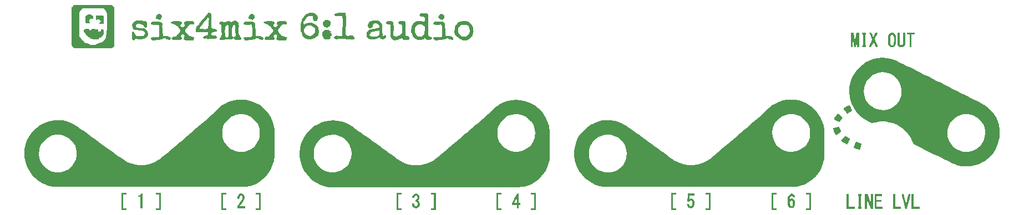
<source format=gbr>
%TF.GenerationSoftware,KiCad,Pcbnew,(6.0.4)*%
%TF.CreationDate,2022-05-24T13:19:14+01:00*%
%TF.ProjectId,1u-mixer,31752d6d-6978-4657-922e-6b696361645f,rev?*%
%TF.SameCoordinates,Original*%
%TF.FileFunction,Legend,Top*%
%TF.FilePolarity,Positive*%
%FSLAX46Y46*%
G04 Gerber Fmt 4.6, Leading zero omitted, Abs format (unit mm)*
G04 Created by KiCad (PCBNEW (6.0.4)) date 2022-05-24 13:19:14*
%MOMM*%
%LPD*%
G01*
G04 APERTURE LIST*
G04 APERTURE END LIST*
%TO.C,REF\u002A\u002A*%
G36*
X165363172Y-55057262D02*
G01*
X164854324Y-55057262D01*
X164854324Y-57135058D01*
X165363172Y-57135058D01*
X165363172Y-57389482D01*
X164599900Y-57389482D01*
X164599900Y-54802838D01*
X165363172Y-54802838D01*
X165363172Y-55057262D01*
G37*
G36*
X193646645Y-55142070D02*
G01*
X193636142Y-55260009D01*
X193601325Y-55308608D01*
X193583039Y-55311686D01*
X193560330Y-55322314D01*
X193543626Y-55361346D01*
X193532060Y-55439505D01*
X193524760Y-55567515D01*
X193520857Y-55756100D01*
X193519483Y-56015982D01*
X193519433Y-56096160D01*
X193520294Y-56376239D01*
X193523459Y-56582245D01*
X193529796Y-56724902D01*
X193540176Y-56814933D01*
X193555466Y-56863062D01*
X193576538Y-56880011D01*
X193583039Y-56880634D01*
X193627266Y-56908643D01*
X193645490Y-57001487D01*
X193646645Y-57050250D01*
X193646645Y-57219866D01*
X193095393Y-57219866D01*
X193095393Y-57050250D01*
X193104797Y-56944036D01*
X193128291Y-56884959D01*
X193137797Y-56880634D01*
X193153839Y-56839174D01*
X193166346Y-56718444D01*
X193175020Y-56523920D01*
X193179566Y-56261079D01*
X193180201Y-56096160D01*
X193177959Y-55799372D01*
X193171433Y-55568002D01*
X193160919Y-55407528D01*
X193146711Y-55323424D01*
X193137797Y-55311686D01*
X193111243Y-55274067D01*
X193096474Y-55180091D01*
X193095393Y-55142070D01*
X193095393Y-54972454D01*
X193646645Y-54972454D01*
X193646645Y-55142070D01*
G37*
G36*
X193057585Y-30293322D02*
G01*
X193265009Y-30293322D01*
X193265009Y-32540735D01*
X192968181Y-32540735D01*
X192963373Y-31915275D01*
X192958566Y-31289816D01*
X192851219Y-31915275D01*
X192743871Y-32540735D01*
X192626635Y-32540735D01*
X192563843Y-32535487D01*
X192524046Y-32507425D01*
X192496591Y-32438070D01*
X192470823Y-32308941D01*
X192461616Y-32254507D01*
X192428022Y-32057189D01*
X192388421Y-31830151D01*
X192356362Y-31650250D01*
X192298892Y-31332220D01*
X192294304Y-31936477D01*
X192289716Y-32540735D01*
X191992888Y-32540735D01*
X191992888Y-30293322D01*
X192408222Y-30293322D01*
X192454134Y-30558347D01*
X192484804Y-30740362D01*
X192520197Y-30957669D01*
X192551016Y-31152763D01*
X192577980Y-31301932D01*
X192604579Y-31407150D01*
X192626105Y-31450881D01*
X192630697Y-31449591D01*
X192648485Y-31396724D01*
X192674692Y-31278384D01*
X192705554Y-31113026D01*
X192732434Y-30950584D01*
X192770964Y-30702669D01*
X192800464Y-30526171D01*
X192826898Y-30409034D01*
X192856230Y-30339204D01*
X192894423Y-30304625D01*
X192947441Y-30293242D01*
X193021248Y-30293000D01*
X193057585Y-30293322D01*
G37*
G36*
X170578865Y-57389482D02*
G01*
X169815593Y-57389482D01*
X169815593Y-57135058D01*
X170324441Y-57135058D01*
X170324441Y-55057262D01*
X169815593Y-55057262D01*
X169815593Y-54802838D01*
X170578865Y-54802838D01*
X170578865Y-57389482D01*
G37*
G36*
X128641302Y-57389482D02*
G01*
X127878030Y-57389482D01*
X127878030Y-57262270D01*
X127881946Y-57189545D01*
X127907612Y-57151692D01*
X127975900Y-57137326D01*
X128107686Y-57135059D01*
X128111252Y-57135058D01*
X128344474Y-57135058D01*
X128344474Y-55057262D01*
X128111252Y-55057262D01*
X127977923Y-55055126D01*
X127908526Y-55041127D01*
X127882187Y-55003879D01*
X127878030Y-54931995D01*
X127878030Y-54802838D01*
X128641302Y-54802838D01*
X128641302Y-57389482D01*
G37*
G36*
X143906745Y-57389482D02*
G01*
X143143473Y-57389482D01*
X143143473Y-57135058D01*
X143652321Y-57135058D01*
X143652321Y-55057262D01*
X143143473Y-55057262D01*
X143143473Y-54802838D01*
X143906745Y-54802838D01*
X143906745Y-57389482D01*
G37*
G36*
X96668681Y-55057262D02*
G01*
X96159833Y-55057262D01*
X96159833Y-57135058D01*
X96668681Y-57135058D01*
X96668681Y-57389482D01*
X95905409Y-57389482D01*
X95905409Y-54802838D01*
X96668681Y-54802838D01*
X96668681Y-55057262D01*
G37*
G36*
X140438182Y-56040808D02*
G01*
X140567825Y-55777896D01*
X140645210Y-55627439D01*
X140777254Y-55374487D01*
X140877168Y-55186971D01*
X140951968Y-55055100D01*
X141008672Y-54969077D01*
X141054297Y-54919109D01*
X141095861Y-54895402D01*
X141140381Y-54888162D01*
X141175260Y-54887646D01*
X141320100Y-54887646D01*
X141320100Y-56329382D01*
X141447312Y-56329382D01*
X141532781Y-56337656D01*
X141567837Y-56379621D01*
X141574524Y-56477796D01*
X141567433Y-56577510D01*
X141531463Y-56618408D01*
X141447312Y-56626210D01*
X141320100Y-56626210D01*
X141320100Y-57135058D01*
X141023272Y-57135058D01*
X141023272Y-56626210D01*
X140260000Y-56626210D01*
X140260000Y-56496722D01*
X140280916Y-56407789D01*
X140311626Y-56329382D01*
X140597040Y-56329382D01*
X141023272Y-56329382D01*
X141023272Y-55960467D01*
X141019565Y-55800962D01*
X141009627Y-55685937D01*
X140995239Y-55631754D01*
X140987551Y-55631836D01*
X140952233Y-55685584D01*
X140888642Y-55794446D01*
X140808227Y-55938607D01*
X140774435Y-56000751D01*
X140597040Y-56329382D01*
X140311626Y-56329382D01*
X140341428Y-56253295D01*
X140438182Y-56040808D01*
G37*
G36*
X198735125Y-56923038D02*
G01*
X199625610Y-56923038D01*
X199625610Y-57219866D01*
X198438297Y-57219866D01*
X198438297Y-54972454D01*
X198735125Y-54972454D01*
X198735125Y-56923038D01*
G37*
G36*
X99111569Y-54926621D02*
G01*
X99277901Y-55033927D01*
X99398824Y-55195140D01*
X99460898Y-55395834D01*
X99466256Y-55481302D01*
X99452394Y-55631179D01*
X99407193Y-55782221D01*
X99323359Y-55948872D01*
X99193597Y-56145572D01*
X99010613Y-56386763D01*
X99005921Y-56392695D01*
X98886299Y-56546464D01*
X98789095Y-56676448D01*
X98724893Y-56768148D01*
X98704074Y-56806134D01*
X98743402Y-56819926D01*
X98849110Y-56830749D01*
X99002784Y-56837136D01*
X99106912Y-56838230D01*
X99509750Y-56838230D01*
X99509750Y-57135058D01*
X98322438Y-57135058D01*
X98322438Y-56992085D01*
X98352390Y-56866800D01*
X98440610Y-56686386D01*
X98584641Y-56454918D01*
X98782027Y-56176472D01*
X98934963Y-55975824D01*
X99038412Y-55835913D01*
X99096974Y-55730266D01*
X99122805Y-55630386D01*
X99128114Y-55523009D01*
X99104659Y-55351464D01*
X99040836Y-55234557D01*
X98946455Y-55181473D01*
X98831327Y-55201400D01*
X98802136Y-55217789D01*
X98743158Y-55291349D01*
X98692546Y-55413374D01*
X98663951Y-55547684D01*
X98661670Y-55590073D01*
X98650075Y-55659997D01*
X98598771Y-55688603D01*
X98513256Y-55693322D01*
X98415506Y-55687339D01*
X98374114Y-55652445D01*
X98364936Y-55563222D01*
X98364842Y-55537094D01*
X98398240Y-55327720D01*
X98489166Y-55142010D01*
X98623715Y-54996430D01*
X98787985Y-54907445D01*
X98913263Y-54887646D01*
X99111569Y-54926621D01*
G37*
G36*
X194325109Y-30443067D02*
G01*
X194306891Y-30563316D01*
X194261503Y-30617220D01*
X194238569Y-30637969D01*
X194221731Y-30687400D01*
X194210116Y-30776532D01*
X194202855Y-30916384D01*
X194199074Y-31117977D01*
X194197904Y-31392330D01*
X194197897Y-31421565D01*
X194198765Y-31700736D01*
X194201956Y-31905863D01*
X194208344Y-32047699D01*
X194218808Y-32136994D01*
X194234225Y-32184502D01*
X194255470Y-32200973D01*
X194261503Y-32201502D01*
X194305730Y-32229511D01*
X194323954Y-32322355D01*
X194325109Y-32371118D01*
X194325109Y-32540735D01*
X194056550Y-32540735D01*
X193912604Y-32536575D01*
X193804635Y-32525737D01*
X193759722Y-32512465D01*
X193740318Y-32454272D01*
X193731502Y-32351245D01*
X193731453Y-32342849D01*
X193746712Y-32235911D01*
X193794588Y-32201504D01*
X193795059Y-32201502D01*
X193817826Y-32190852D01*
X193834554Y-32151734D01*
X193846122Y-32073394D01*
X193853404Y-31945083D01*
X193857278Y-31756047D01*
X193858621Y-31495536D01*
X193858665Y-31421565D01*
X193857690Y-31139976D01*
X193854186Y-30932159D01*
X193847280Y-30787095D01*
X193836102Y-30693764D01*
X193819780Y-30641146D01*
X193797443Y-30618222D01*
X193795059Y-30617220D01*
X193746951Y-30555871D01*
X193731453Y-30443067D01*
X193731453Y-30293322D01*
X194325109Y-30293322D01*
X194325109Y-30443067D01*
G37*
G36*
X77584672Y-27667186D02*
G01*
X77746563Y-27676837D01*
X77849049Y-27694599D01*
X77904745Y-27721843D01*
X77907937Y-27724851D01*
X77934992Y-27774176D01*
X77953219Y-27866666D01*
X77963882Y-28014758D01*
X77968243Y-28230890D01*
X77968514Y-28321536D01*
X77966963Y-28570369D01*
X77956998Y-28746831D01*
X77930654Y-28863357D01*
X77879966Y-28932382D01*
X77796968Y-28966342D01*
X77673694Y-28977671D01*
X77547503Y-28978798D01*
X77390554Y-28976554D01*
X77300315Y-28966420D01*
X77258737Y-28943290D01*
X77247767Y-28902059D01*
X77247646Y-28893990D01*
X77274160Y-28824923D01*
X77311252Y-28809182D01*
X77367470Y-28775239D01*
X77374858Y-28745576D01*
X77408801Y-28689358D01*
X77438464Y-28681970D01*
X77488962Y-28644043D01*
X77502070Y-28554758D01*
X77483107Y-28453764D01*
X77438464Y-28427546D01*
X77382034Y-28404649D01*
X77374858Y-28385142D01*
X77340513Y-28347522D01*
X77311252Y-28342738D01*
X77255034Y-28308795D01*
X77247646Y-28279132D01*
X77212161Y-28227360D01*
X77161507Y-28215526D01*
X77079969Y-28243157D01*
X77050961Y-28279132D01*
X76990307Y-28327167D01*
X76882675Y-28342738D01*
X76738798Y-28342738D01*
X76740147Y-28077713D01*
X76744503Y-27915942D01*
X76764277Y-27803018D01*
X76812418Y-27730174D01*
X76901871Y-27688644D01*
X77045586Y-27669662D01*
X77256508Y-27664461D01*
X77350759Y-27664274D01*
X77584672Y-27667186D01*
G37*
G36*
X190240360Y-44726758D02*
G01*
X190254252Y-44771545D01*
X190254358Y-44779128D01*
X190271877Y-44856486D01*
X190317758Y-44982188D01*
X190381570Y-45127931D01*
X190444483Y-45262830D01*
X190489953Y-45363975D01*
X190508678Y-45410639D01*
X190508748Y-45411269D01*
X190476919Y-45439321D01*
X190392830Y-45503775D01*
X190273573Y-45592228D01*
X190136245Y-45692275D01*
X189997938Y-45791511D01*
X189875748Y-45877531D01*
X189786768Y-45937931D01*
X189759434Y-45955018D01*
X189710358Y-45937034D01*
X189637370Y-45848936D01*
X189578182Y-45753641D01*
X189492164Y-45586776D01*
X189409998Y-45399122D01*
X189340943Y-45215154D01*
X189294262Y-45059347D01*
X189279032Y-44963071D01*
X189299336Y-44918556D01*
X189369595Y-44879455D01*
X189503833Y-44839222D01*
X189586461Y-44819545D01*
X189768556Y-44780331D01*
X189945632Y-44745848D01*
X190074107Y-44724373D01*
X190187660Y-44713266D01*
X190240360Y-44726758D01*
G37*
G36*
X105065784Y-28551348D02*
G01*
X105226449Y-28575465D01*
X105411701Y-28580164D01*
X105489824Y-28574823D01*
X105633487Y-28564631D01*
X105727063Y-28577901D01*
X105803653Y-28621608D01*
X105835072Y-28647544D01*
X105913673Y-28735927D01*
X105931912Y-28831186D01*
X105926244Y-28879465D01*
X105897349Y-28973695D01*
X105832691Y-29023689D01*
X105749503Y-29047225D01*
X105629853Y-29067616D01*
X105539310Y-29073228D01*
X105531119Y-29072469D01*
X105340322Y-29086581D01*
X105147379Y-29172209D01*
X105050497Y-29245504D01*
X104959819Y-29334980D01*
X104903809Y-29407205D01*
X104895059Y-29430359D01*
X104868309Y-29484647D01*
X104799037Y-29577333D01*
X104725443Y-29662485D01*
X104606708Y-29826828D01*
X104559631Y-29987926D01*
X104586026Y-30153171D01*
X104687706Y-30329957D01*
X104866485Y-30525676D01*
X104957532Y-30608765D01*
X105099207Y-30728192D01*
X105207380Y-30801788D01*
X105308866Y-30843336D01*
X105430481Y-30866621D01*
X105468330Y-30871340D01*
X105641364Y-30904949D01*
X105755264Y-30955396D01*
X105776596Y-30974608D01*
X105854956Y-31024690D01*
X105908389Y-31023729D01*
X105952758Y-31014878D01*
X105930926Y-31054303D01*
X105926515Y-31059794D01*
X105890834Y-31140464D01*
X105865822Y-31261947D01*
X105862909Y-31290354D01*
X105844205Y-31404469D01*
X105804858Y-31455771D01*
X105764341Y-31465526D01*
X105672778Y-31476500D01*
X105637129Y-31484058D01*
X105580122Y-31489149D01*
X105456721Y-31493712D01*
X105285341Y-31497236D01*
X105092941Y-31499167D01*
X104846196Y-31496844D01*
X104676839Y-31486378D01*
X104577778Y-31467114D01*
X104547097Y-31448831D01*
X104477949Y-31401334D01*
X104449817Y-31395826D01*
X104380196Y-31366131D01*
X104343822Y-31332239D01*
X104319718Y-31280688D01*
X104325090Y-31203181D01*
X104362787Y-31078465D01*
X104386559Y-31013258D01*
X104482070Y-30757864D01*
X104323094Y-30603469D01*
X104224864Y-30515589D01*
X104166030Y-30485789D01*
X104131826Y-30506893D01*
X104130179Y-30509721D01*
X104079625Y-30580265D01*
X103999931Y-30674119D01*
X103986801Y-30688454D01*
X103916268Y-30768491D01*
X103879073Y-30818366D01*
X103877362Y-30823133D01*
X103896878Y-30866535D01*
X103945717Y-30955115D01*
X103966646Y-30991050D01*
X104027049Y-31142187D01*
X104021920Y-31267892D01*
X103953379Y-31353938D01*
X103909629Y-31373765D01*
X103832382Y-31386723D01*
X103689658Y-31400386D01*
X103500758Y-31413250D01*
X103284984Y-31423810D01*
X103250422Y-31425143D01*
X103011212Y-31432361D01*
X102840903Y-31432575D01*
X102723794Y-31424667D01*
X102644181Y-31407517D01*
X102586363Y-31380006D01*
X102582559Y-31377553D01*
X102495717Y-31283392D01*
X102490534Y-31172018D01*
X102567017Y-31049142D01*
X102582113Y-31033465D01*
X102711850Y-30949125D01*
X102847138Y-30928803D01*
X103019664Y-30918064D01*
X103138156Y-30877103D01*
X103232075Y-30790545D01*
X103300459Y-30692249D01*
X103393065Y-30569654D01*
X103493090Y-30471992D01*
X103537791Y-30441912D01*
X103643199Y-30357255D01*
X103742218Y-30229964D01*
X103813092Y-30092825D01*
X103834958Y-29994070D01*
X103806260Y-29903726D01*
X103750150Y-29826878D01*
X103687869Y-29750645D01*
X103665342Y-29698881D01*
X103634463Y-29639163D01*
X103553073Y-29543473D01*
X103438042Y-29427338D01*
X103306240Y-29306285D01*
X103174538Y-29195842D01*
X103059806Y-29111535D01*
X102981807Y-29069767D01*
X102846477Y-29027775D01*
X102689399Y-28980597D01*
X102652005Y-28969614D01*
X102490849Y-28901404D01*
X102398989Y-28815048D01*
X102382376Y-28718246D01*
X102411174Y-28658122D01*
X102439032Y-28628124D01*
X102480478Y-28606447D01*
X102548298Y-28591764D01*
X102655277Y-28582746D01*
X102814201Y-28578067D01*
X103037855Y-28576398D01*
X103199194Y-28576285D01*
X103465522Y-28577077D01*
X103659825Y-28580069D01*
X103794882Y-28586596D01*
X103883473Y-28597993D01*
X103938377Y-28615596D01*
X103972372Y-28640740D01*
X103987028Y-28658596D01*
X104037810Y-28752234D01*
X104031369Y-28838031D01*
X103963651Y-28943491D01*
X103940969Y-28971065D01*
X103858903Y-29089397D01*
X103845117Y-29186424D01*
X103901222Y-29287578D01*
X103965432Y-29357172D01*
X104086773Y-29455636D01*
X104190793Y-29478170D01*
X104295917Y-29423918D01*
X104381818Y-29337757D01*
X104477899Y-29212204D01*
X104508745Y-29120804D01*
X104477727Y-29047854D01*
X104449817Y-29021202D01*
X104398155Y-28930545D01*
X104390918Y-28808383D01*
X104427890Y-28695320D01*
X104451725Y-28664917D01*
X104584094Y-28583054D01*
X104764372Y-28537287D01*
X104961259Y-28533406D01*
X105065784Y-28551348D01*
G37*
G36*
X182333467Y-56181119D02*
G01*
X182334080Y-55837212D01*
X182372037Y-55557509D01*
X182450741Y-55328489D01*
X182573596Y-55136634D01*
X182605946Y-55099112D01*
X182776025Y-54958421D01*
X182956571Y-54896990D01*
X183139561Y-54917270D01*
X183167153Y-54927688D01*
X183272249Y-55005422D01*
X183372021Y-55133137D01*
X183444904Y-55277577D01*
X183469683Y-55394226D01*
X183458719Y-55454082D01*
X183410000Y-55476186D01*
X183310668Y-55473261D01*
X183199766Y-55453144D01*
X183149140Y-55407711D01*
X183138506Y-55367771D01*
X183091483Y-55255054D01*
X183003023Y-55199322D01*
X182924558Y-55203732D01*
X182845209Y-55266122D01*
X182767410Y-55389954D01*
X182703598Y-55552563D01*
X182678671Y-55651805D01*
X182651697Y-55786674D01*
X182782958Y-55718796D01*
X182928971Y-55661501D01*
X183054648Y-55664902D01*
X183196862Y-55730565D01*
X183207210Y-55736813D01*
X183341469Y-55858507D01*
X183426612Y-56034155D01*
X183465988Y-56272130D01*
X183469683Y-56393316D01*
X183446737Y-56639249D01*
X183381957Y-56844065D01*
X183281434Y-56991816D01*
X183224006Y-57036749D01*
X183032928Y-57107528D01*
X182832783Y-57105621D01*
X182706638Y-57062273D01*
X182560299Y-56956388D01*
X182453503Y-56803134D01*
X182382078Y-56592656D01*
X182346711Y-56348650D01*
X182666540Y-56348650D01*
X182683674Y-56512250D01*
X182732448Y-56661930D01*
X182807727Y-56776522D01*
X182904377Y-56834858D01*
X182935418Y-56838230D01*
X183039233Y-56809761D01*
X183093456Y-56768107D01*
X183129807Y-56674528D01*
X183148978Y-56507408D01*
X183151653Y-56392988D01*
X183141009Y-56183759D01*
X183105764Y-56046702D01*
X183040948Y-55971483D01*
X182941593Y-55947770D01*
X182937518Y-55947746D01*
X182840591Y-55981477D01*
X182747725Y-56064357D01*
X182686179Y-56192296D01*
X182666540Y-56348650D01*
X182346711Y-56348650D01*
X182341847Y-56315095D01*
X182333467Y-56181119D01*
G37*
G36*
X201703406Y-30590150D02*
G01*
X201236962Y-30590150D01*
X201236962Y-32540735D01*
X200940134Y-32540735D01*
X200940134Y-30590150D01*
X200516094Y-30590150D01*
X200516094Y-30293322D01*
X201703406Y-30293322D01*
X201703406Y-30590150D01*
G37*
G36*
X194968516Y-30301610D02*
G01*
X195053406Y-30310609D01*
X195111943Y-30332983D01*
X195158816Y-30385007D01*
X195208719Y-30482954D01*
X195275967Y-30642193D01*
X195340663Y-30795053D01*
X195394401Y-30915635D01*
X195428223Y-30984053D01*
X195433483Y-30991791D01*
X195457552Y-30965136D01*
X195503937Y-30875446D01*
X195564680Y-30738907D01*
X195599798Y-30653521D01*
X195744184Y-30293322D01*
X195903929Y-30293322D01*
X196006484Y-30299096D01*
X196060981Y-30313420D01*
X196063673Y-30317914D01*
X196047843Y-30363969D01*
X196004544Y-30472474D01*
X195940059Y-30628078D01*
X195860673Y-30815429D01*
X195845509Y-30850821D01*
X195627344Y-31359137D01*
X195867636Y-31918133D01*
X195953407Y-32120087D01*
X196025521Y-32294503D01*
X196077981Y-32426514D01*
X196104788Y-32501251D01*
X196107002Y-32511491D01*
X196069217Y-32530611D01*
X195976935Y-32534397D01*
X195951313Y-32532693D01*
X195879770Y-32523581D01*
X195826712Y-32500828D01*
X195780388Y-32449700D01*
X195729049Y-32355466D01*
X195660946Y-32203390D01*
X195628412Y-32127803D01*
X195555227Y-31965751D01*
X195491615Y-31840354D01*
X195445906Y-31767189D01*
X195429169Y-31755299D01*
X195400427Y-31800384D01*
X195348369Y-31906060D01*
X195281570Y-32054336D01*
X195237411Y-32157629D01*
X195076759Y-32540735D01*
X194908417Y-32540735D01*
X194795423Y-32531268D01*
X194758358Y-32501210D01*
X194761039Y-32487730D01*
X194785199Y-32431183D01*
X194836875Y-32312971D01*
X194909116Y-32148915D01*
X194994968Y-31954836D01*
X195020394Y-31897506D01*
X195258785Y-31360288D01*
X195027718Y-30824491D01*
X194796651Y-30288695D01*
X194968516Y-30301610D01*
G37*
G36*
X194775468Y-55674282D02*
G01*
X195024775Y-56376111D01*
X195036401Y-55674282D01*
X195048027Y-54972454D01*
X195385209Y-54972454D01*
X195385209Y-57219866D01*
X195013280Y-57219866D01*
X194499538Y-55799332D01*
X194497132Y-56509599D01*
X194494725Y-57219866D01*
X194155493Y-57219866D01*
X194155493Y-54972454D01*
X194526161Y-54972454D01*
X194775468Y-55674282D01*
G37*
G36*
X201576194Y-56923038D02*
G01*
X202466678Y-56923038D01*
X202466678Y-57219866D01*
X201236962Y-57219866D01*
X201236962Y-54972454D01*
X201576194Y-54972454D01*
X201576194Y-56923038D01*
G37*
G36*
X73009075Y-28354919D02*
G01*
X73010161Y-27951829D01*
X73011906Y-27614185D01*
X73014485Y-27335533D01*
X73018074Y-27109418D01*
X73022850Y-26929386D01*
X73028988Y-26788984D01*
X73036663Y-26681757D01*
X73046053Y-26601252D01*
X73057331Y-26541014D01*
X73070675Y-26494589D01*
X73086261Y-26455523D01*
X73088044Y-26451565D01*
X73172715Y-26315452D01*
X73283317Y-26196622D01*
X73309733Y-26175938D01*
X73452488Y-26074124D01*
X76322250Y-26074124D01*
X76885306Y-26074171D01*
X77369752Y-26074435D01*
X77781786Y-26075096D01*
X78127608Y-26076336D01*
X78413414Y-26078336D01*
X78645403Y-26081279D01*
X78829773Y-26085344D01*
X78972723Y-26090714D01*
X79080451Y-26097570D01*
X79159154Y-26106094D01*
X79215032Y-26116467D01*
X79254281Y-26128870D01*
X79283102Y-26143484D01*
X79307691Y-26160492D01*
X79309112Y-26161552D01*
X79422328Y-26262551D01*
X79513641Y-26366080D01*
X79530713Y-26390493D01*
X79545405Y-26418760D01*
X79557895Y-26457046D01*
X79568361Y-26511515D01*
X79576983Y-26588334D01*
X79583939Y-26693666D01*
X79589408Y-26833677D01*
X79593569Y-27014532D01*
X79596600Y-27242396D01*
X79598681Y-27523433D01*
X79599989Y-27863809D01*
X79600704Y-28269689D01*
X79601004Y-28747238D01*
X79601068Y-29302620D01*
X79601069Y-29381636D01*
X79601028Y-29947609D01*
X79600783Y-30434943D01*
X79600154Y-30849808D01*
X79598960Y-31198374D01*
X79597018Y-31486810D01*
X79594148Y-31721286D01*
X79590168Y-31907972D01*
X79584897Y-32053036D01*
X79578153Y-32162649D01*
X79569756Y-32242980D01*
X79559524Y-32300199D01*
X79547275Y-32340475D01*
X79532828Y-32369978D01*
X79516002Y-32394877D01*
X79512362Y-32399812D01*
X79414526Y-32506723D01*
X79294829Y-32607026D01*
X79283470Y-32614942D01*
X79143285Y-32710351D01*
X73486231Y-32710351D01*
X73342148Y-32614599D01*
X73233757Y-32516099D01*
X73132277Y-32382148D01*
X73102655Y-32329988D01*
X73007246Y-32141129D01*
X73008177Y-29383252D01*
X73008358Y-29045433D01*
X74194558Y-29045433D01*
X74194937Y-29500606D01*
X74196228Y-29878125D01*
X74198656Y-30185140D01*
X74202448Y-30428802D01*
X74207833Y-30616261D01*
X74215035Y-30754669D01*
X74224284Y-30851174D01*
X74235805Y-30912930D01*
X74249826Y-30947085D01*
X74255135Y-30953613D01*
X74326083Y-31004128D01*
X74361145Y-31014190D01*
X74403117Y-31047724D01*
X74406578Y-31068435D01*
X74437893Y-31133020D01*
X74491386Y-31183806D01*
X74558135Y-31269119D01*
X74576194Y-31341581D01*
X74599643Y-31419220D01*
X74664327Y-31438230D01*
X74736952Y-31466724D01*
X74838149Y-31538284D01*
X74944799Y-31632032D01*
X75033786Y-31727088D01*
X75081989Y-31802571D01*
X75085042Y-31818211D01*
X75119361Y-31857290D01*
X75148648Y-31862270D01*
X75205078Y-31885167D01*
X75212254Y-31904674D01*
X75249530Y-31932702D01*
X75341191Y-31946712D01*
X75360668Y-31947078D01*
X75458765Y-31957729D01*
X75507800Y-31983917D01*
X75509082Y-31989482D01*
X75546359Y-32017510D01*
X75638019Y-32031520D01*
X75657496Y-32031886D01*
X75767266Y-32045679D01*
X75805642Y-32089699D01*
X75805910Y-32095492D01*
X75818724Y-32123022D01*
X75865847Y-32141503D01*
X75960301Y-32152577D01*
X76115108Y-32157888D01*
X76310221Y-32159098D01*
X76532347Y-32157186D01*
X76683155Y-32150371D01*
X76776074Y-32137038D01*
X76824531Y-32115572D01*
X76838941Y-32095492D01*
X76896461Y-32043113D01*
X76949487Y-32031886D01*
X77019112Y-32014375D01*
X77035626Y-31989482D01*
X77071915Y-31957606D01*
X77141636Y-31947078D01*
X77221327Y-31932563D01*
X77247646Y-31904674D01*
X77285265Y-31878121D01*
X77379241Y-31863352D01*
X77417262Y-31862270D01*
X77535202Y-31851767D01*
X77583800Y-31816951D01*
X77586878Y-31798664D01*
X77622521Y-31746934D01*
X77674715Y-31735058D01*
X77774844Y-31706219D01*
X77855810Y-31638110D01*
X77883706Y-31568471D01*
X77916284Y-31524902D01*
X77929139Y-31523038D01*
X78007626Y-31487553D01*
X78073043Y-31405226D01*
X78095726Y-31324247D01*
X78128888Y-31242065D01*
X78180534Y-31193647D01*
X78229921Y-31146859D01*
X78255887Y-31069795D01*
X78264947Y-30938874D01*
X78265342Y-30886619D01*
X78270240Y-30739005D01*
X78287597Y-30659802D01*
X78321413Y-30633038D01*
X78328948Y-30632554D01*
X78360748Y-30617166D01*
X78380211Y-30561152D01*
X78389943Y-30449736D01*
X78392554Y-30272120D01*
X78397244Y-30096590D01*
X78410142Y-29972288D01*
X78429493Y-29914140D01*
X78434958Y-29911686D01*
X78448196Y-29869755D01*
X78459078Y-29745791D01*
X78467512Y-29542539D01*
X78473411Y-29262744D01*
X78476683Y-28909150D01*
X78477362Y-28618364D01*
X78475988Y-28214612D01*
X78471923Y-27882731D01*
X78465259Y-27625467D01*
X78456086Y-27445564D01*
X78444492Y-27345767D01*
X78434958Y-27325042D01*
X78402575Y-27288897D01*
X78392554Y-27223568D01*
X78368870Y-27135629D01*
X78328948Y-27097687D01*
X78272552Y-27041819D01*
X78265342Y-27009776D01*
X78238253Y-26944790D01*
X78168687Y-26846082D01*
X78108072Y-26775223D01*
X77950802Y-26604174D01*
X76327104Y-26604174D01*
X75865338Y-26605272D01*
X75477722Y-26608533D01*
X75166245Y-26613904D01*
X74932896Y-26621334D01*
X74779663Y-26630770D01*
X74708535Y-26642161D01*
X74703406Y-26646578D01*
X74669060Y-26684198D01*
X74639800Y-26688982D01*
X74583478Y-26718096D01*
X74576194Y-26743227D01*
X74544879Y-26807811D01*
X74491386Y-26858598D01*
X74425701Y-26925971D01*
X74406578Y-26973969D01*
X74372439Y-27022001D01*
X74342972Y-27028214D01*
X74291171Y-27063566D01*
X74279366Y-27113022D01*
X74261608Y-27181927D01*
X74236962Y-27197830D01*
X74225540Y-27239950D01*
X74215845Y-27365207D01*
X74207917Y-27571949D01*
X74201792Y-27858521D01*
X74197508Y-28223270D01*
X74195104Y-28664543D01*
X74194558Y-29045433D01*
X73008358Y-29045433D01*
X73008473Y-28829909D01*
X73009075Y-28354919D01*
G37*
G36*
X200009200Y-45035415D02*
G01*
X199522861Y-44679212D01*
X198996263Y-44383613D01*
X198436434Y-44152975D01*
X197850402Y-43991655D01*
X197245195Y-43904009D01*
X196627843Y-43894394D01*
X196454083Y-43906250D01*
X196130693Y-43943176D01*
X195822356Y-43994759D01*
X195553602Y-44056308D01*
X195375796Y-44112500D01*
X195315541Y-44127265D01*
X195244464Y-44122466D01*
X195146209Y-44093310D01*
X195004427Y-44035001D01*
X194812688Y-43947381D01*
X194207522Y-43620781D01*
X193661483Y-43235069D01*
X193177094Y-42793378D01*
X192756874Y-42298845D01*
X192403346Y-41754604D01*
X192119031Y-41163790D01*
X191906450Y-40529539D01*
X191838875Y-40249616D01*
X191796517Y-39977631D01*
X191770391Y-39649398D01*
X191760527Y-39291916D01*
X191761234Y-39252338D01*
X193965600Y-39252338D01*
X194007233Y-39720834D01*
X194122412Y-40177898D01*
X194308443Y-40612059D01*
X194562629Y-41011845D01*
X194811970Y-41297947D01*
X195184903Y-41612733D01*
X195599390Y-41857566D01*
X196045505Y-42029707D01*
X196513326Y-42126418D01*
X196992929Y-42144960D01*
X197474391Y-42082595D01*
X197572115Y-42059646D01*
X198025387Y-41903634D01*
X198434360Y-41681243D01*
X198795167Y-41400645D01*
X199103936Y-41070011D01*
X199356799Y-40697514D01*
X199549886Y-40291327D01*
X199679329Y-39859619D01*
X199741257Y-39410565D01*
X199731802Y-38952336D01*
X199647093Y-38493104D01*
X199483263Y-38041040D01*
X199479118Y-38032053D01*
X199239713Y-37612151D01*
X198939585Y-37245299D01*
X198587443Y-36935852D01*
X198191994Y-36688161D01*
X197761947Y-36506578D01*
X197306010Y-36395455D01*
X196832892Y-36359145D01*
X196351302Y-36401999D01*
X196254491Y-36420504D01*
X195814061Y-36554512D01*
X195397652Y-36763056D01*
X195015541Y-37036981D01*
X194678005Y-37367136D01*
X194395322Y-37744367D01*
X194177769Y-38159523D01*
X194113758Y-38326935D01*
X194000210Y-38783881D01*
X193965600Y-39252338D01*
X191761234Y-39252338D01*
X191766956Y-38932183D01*
X191789710Y-38597198D01*
X191828819Y-38313960D01*
X191836602Y-38275223D01*
X192013244Y-37626841D01*
X192258819Y-37026740D01*
X192575499Y-36470902D01*
X192965456Y-35955306D01*
X193262895Y-35636227D01*
X193765187Y-35193730D01*
X194302034Y-34828447D01*
X194871842Y-34541040D01*
X195473019Y-34332168D01*
X196103973Y-34202490D01*
X196763111Y-34152668D01*
X196844096Y-34152087D01*
X197468078Y-34183447D01*
X198044843Y-34279069D01*
X198585091Y-34441267D01*
X198987761Y-34615357D01*
X199286098Y-34762733D01*
X199637997Y-34937213D01*
X200038817Y-35136463D01*
X200483915Y-35358151D01*
X200968650Y-35599944D01*
X201488382Y-35859510D01*
X202038469Y-36134516D01*
X202614269Y-36422629D01*
X203211142Y-36721517D01*
X203824445Y-37028847D01*
X204449538Y-37342285D01*
X205081780Y-37659501D01*
X205716528Y-37978160D01*
X206349142Y-38295931D01*
X206974980Y-38610480D01*
X207589402Y-38919475D01*
X208187765Y-39220583D01*
X208765428Y-39511472D01*
X209317750Y-39789808D01*
X209840090Y-40053260D01*
X210327807Y-40299495D01*
X210776259Y-40526179D01*
X211180804Y-40730981D01*
X211536802Y-40911567D01*
X211839611Y-41065605D01*
X212084589Y-41190762D01*
X212267096Y-41284706D01*
X212382491Y-41345103D01*
X212424873Y-41368676D01*
X212953425Y-41775753D01*
X213418982Y-42235495D01*
X213818512Y-42742253D01*
X214148981Y-43290381D01*
X214407354Y-43874232D01*
X214590598Y-44488160D01*
X214695680Y-45126516D01*
X214721436Y-45643573D01*
X214680194Y-46297965D01*
X214558412Y-46931859D01*
X214359007Y-47539834D01*
X214084896Y-48116471D01*
X213738996Y-48656349D01*
X213324224Y-49154049D01*
X212843496Y-49604151D01*
X212418326Y-49922973D01*
X212185231Y-50063781D01*
X211897636Y-50211383D01*
X211583611Y-50353227D01*
X211271227Y-50476762D01*
X210988556Y-50569434D01*
X210947479Y-50580686D01*
X210329387Y-50709582D01*
X209728294Y-50762262D01*
X209126856Y-50740054D01*
X209018097Y-50728309D01*
X208870872Y-50710260D01*
X208734949Y-50691146D01*
X208604573Y-50668529D01*
X208473989Y-50639971D01*
X208337443Y-50603035D01*
X208189180Y-50555283D01*
X208023445Y-50494280D01*
X207834483Y-50417586D01*
X207616540Y-50322764D01*
X207363862Y-50207378D01*
X207070692Y-50068989D01*
X206731278Y-49905161D01*
X206339863Y-49713456D01*
X205890693Y-49491436D01*
X205378014Y-49236665D01*
X204796070Y-48946704D01*
X204707871Y-48902728D01*
X201542554Y-47324432D01*
X201411391Y-46979135D01*
X201156374Y-46424082D01*
X200832984Y-45912206D01*
X200746742Y-45808119D01*
X206734660Y-45808119D01*
X206757841Y-46112504D01*
X206803947Y-46364441D01*
X206968436Y-46824454D01*
X207204017Y-47245424D01*
X207503274Y-47619945D01*
X207858794Y-47940614D01*
X208263160Y-48200024D01*
X208708958Y-48390773D01*
X208885486Y-48443139D01*
X209227789Y-48504331D01*
X209607517Y-48524651D01*
X209987755Y-48504047D01*
X210321323Y-48445127D01*
X210760942Y-48293505D01*
X211173501Y-48074626D01*
X211543146Y-47798834D01*
X211854019Y-47476476D01*
X211903796Y-47412596D01*
X212155050Y-47033609D01*
X212331853Y-46656555D01*
X212441045Y-46260920D01*
X212489462Y-45826185D01*
X212493348Y-45643573D01*
X212466559Y-45188260D01*
X212381634Y-44779964D01*
X212231737Y-44398170D01*
X212010028Y-44022360D01*
X211903796Y-43874549D01*
X211592474Y-43529442D01*
X211224934Y-43241552D01*
X210811982Y-43016133D01*
X210364423Y-42858439D01*
X209893064Y-42773725D01*
X209611753Y-42760100D01*
X209121726Y-42800592D01*
X208657106Y-42918403D01*
X208225019Y-43108042D01*
X207832590Y-43364013D01*
X207486944Y-43680825D01*
X207195207Y-44052982D01*
X206964503Y-44474992D01*
X206806854Y-44922704D01*
X206759232Y-45180793D01*
X206735145Y-45486740D01*
X206734660Y-45808119D01*
X200746742Y-45808119D01*
X200448250Y-45447865D01*
X200009200Y-45035415D01*
G37*
G36*
X129084720Y-28622931D02*
G01*
X129368481Y-28628304D01*
X129580887Y-28641507D01*
X129735259Y-28665615D01*
X129844917Y-28703707D01*
X129923180Y-28758859D01*
X129980593Y-28829873D01*
X130026537Y-28942351D01*
X130049000Y-29083075D01*
X130046207Y-29218382D01*
X130016382Y-29314610D01*
X130006780Y-29326443D01*
X129988900Y-29388215D01*
X130032800Y-29480886D01*
X130063611Y-29544411D01*
X130084728Y-29634702D01*
X130097855Y-29767170D01*
X130104694Y-29957231D01*
X130106737Y-30150127D01*
X130111891Y-30426286D01*
X130124726Y-30621447D01*
X130145551Y-30739098D01*
X130162074Y-30774013D01*
X130209693Y-30807326D01*
X130293433Y-30822061D01*
X130432446Y-30820331D01*
X130525968Y-30814157D01*
X130693217Y-30804501D01*
X130810055Y-30810989D01*
X130910378Y-30840572D01*
X131028082Y-30900201D01*
X131074888Y-30926725D01*
X131208342Y-31009091D01*
X131281104Y-31074222D01*
X131309769Y-31139808D01*
X131312755Y-31180346D01*
X131282019Y-31297892D01*
X131226410Y-31376015D01*
X131154150Y-31425835D01*
X131076774Y-31427385D01*
X131000778Y-31403789D01*
X130886040Y-31369097D01*
X130797273Y-31353490D01*
X130793549Y-31353422D01*
X130719010Y-31327557D01*
X130619764Y-31263473D01*
X130595927Y-31244305D01*
X130530387Y-31192585D01*
X130471554Y-31164564D01*
X130401350Y-31161831D01*
X130301698Y-31185974D01*
X130154521Y-31238581D01*
X130005992Y-31296141D01*
X129785011Y-31366331D01*
X129583277Y-31390342D01*
X129496375Y-31388813D01*
X129267223Y-31399354D01*
X129106978Y-31444906D01*
X128917929Y-31512322D01*
X128737153Y-31542407D01*
X128593414Y-31530879D01*
X128574238Y-31524274D01*
X128479664Y-31461726D01*
X128380403Y-31360920D01*
X128299627Y-31249799D01*
X128260511Y-31156306D01*
X128259666Y-31144955D01*
X128283068Y-31079009D01*
X128358741Y-31031215D01*
X128494887Y-30999562D01*
X128699708Y-30982042D01*
X128946405Y-30976708D01*
X129146156Y-30973887D01*
X129318379Y-30967566D01*
X129443127Y-30958720D01*
X129497554Y-30949717D01*
X129535366Y-30917693D01*
X129563541Y-30848685D01*
X129582849Y-30733916D01*
X129594065Y-30564607D01*
X129597959Y-30331982D01*
X129595304Y-30027262D01*
X129592354Y-29872462D01*
X129585393Y-29584443D01*
X129574953Y-29371292D01*
X129555689Y-29223086D01*
X129522260Y-29129907D01*
X129469323Y-29081832D01*
X129391534Y-29068942D01*
X129283551Y-29081315D01*
X129177235Y-29101664D01*
X128973436Y-29127180D01*
X128754077Y-29130643D01*
X128547964Y-29113585D01*
X128383904Y-29077539D01*
X128333873Y-29056799D01*
X128268990Y-28982317D01*
X128259477Y-28875660D01*
X128302083Y-28765935D01*
X128374453Y-28693548D01*
X128433497Y-28662845D01*
X128510722Y-28641927D01*
X128621667Y-28629251D01*
X128781871Y-28623271D01*
X129006873Y-28622442D01*
X129084720Y-28622931D01*
G37*
G36*
X90902846Y-28551348D02*
G01*
X91063511Y-28575465D01*
X91248762Y-28580164D01*
X91326886Y-28574823D01*
X91470549Y-28564631D01*
X91564124Y-28577901D01*
X91640715Y-28621608D01*
X91672133Y-28647544D01*
X91750734Y-28735927D01*
X91768974Y-28831186D01*
X91763306Y-28879465D01*
X91734410Y-28973695D01*
X91669752Y-29023689D01*
X91586565Y-29047225D01*
X91466915Y-29067616D01*
X91376372Y-29073228D01*
X91368181Y-29072469D01*
X91177383Y-29086581D01*
X90984440Y-29172209D01*
X90887559Y-29245504D01*
X90796881Y-29334980D01*
X90740871Y-29407205D01*
X90732120Y-29430359D01*
X90705371Y-29484647D01*
X90636099Y-29577333D01*
X90562504Y-29662485D01*
X90443769Y-29826828D01*
X90396693Y-29987926D01*
X90423088Y-30153171D01*
X90524768Y-30329957D01*
X90703547Y-30525676D01*
X90794594Y-30608765D01*
X90936269Y-30728192D01*
X91044442Y-30801788D01*
X91145928Y-30843336D01*
X91267543Y-30866621D01*
X91305392Y-30871340D01*
X91478426Y-30904949D01*
X91592326Y-30955396D01*
X91613658Y-30974608D01*
X91692018Y-31024690D01*
X91745451Y-31023729D01*
X91789820Y-31014878D01*
X91767988Y-31054303D01*
X91763577Y-31059794D01*
X91727896Y-31140464D01*
X91702884Y-31261947D01*
X91699971Y-31290354D01*
X91681267Y-31404469D01*
X91641920Y-31455771D01*
X91601403Y-31465526D01*
X91509839Y-31476500D01*
X91474191Y-31484058D01*
X91417184Y-31489149D01*
X91293783Y-31493712D01*
X91122402Y-31497236D01*
X90930002Y-31499167D01*
X90683258Y-31496844D01*
X90513901Y-31486378D01*
X90414840Y-31467114D01*
X90384159Y-31448831D01*
X90315010Y-31401334D01*
X90286878Y-31395826D01*
X90217257Y-31366131D01*
X90180884Y-31332239D01*
X90156779Y-31280688D01*
X90162152Y-31203181D01*
X90199849Y-31078465D01*
X90223621Y-31013258D01*
X90319132Y-30757864D01*
X90160156Y-30603469D01*
X90061925Y-30515589D01*
X90003092Y-30485789D01*
X89968888Y-30506893D01*
X89967241Y-30509721D01*
X89916687Y-30580265D01*
X89836993Y-30674119D01*
X89823863Y-30688454D01*
X89753330Y-30768491D01*
X89716135Y-30818366D01*
X89714424Y-30823133D01*
X89733940Y-30866535D01*
X89782779Y-30955115D01*
X89803707Y-30991050D01*
X89864111Y-31142187D01*
X89858982Y-31267892D01*
X89790440Y-31353938D01*
X89746691Y-31373765D01*
X89669444Y-31386723D01*
X89526720Y-31400386D01*
X89337820Y-31413250D01*
X89122045Y-31423810D01*
X89087484Y-31425143D01*
X88848274Y-31432361D01*
X88677965Y-31432575D01*
X88560855Y-31424667D01*
X88481243Y-31407517D01*
X88423425Y-31380006D01*
X88419621Y-31377553D01*
X88332779Y-31283392D01*
X88327596Y-31172018D01*
X88404079Y-31049142D01*
X88419175Y-31033465D01*
X88548912Y-30949125D01*
X88684200Y-30928803D01*
X88856726Y-30918064D01*
X88975218Y-30877103D01*
X89069137Y-30790545D01*
X89137521Y-30692249D01*
X89230127Y-30569654D01*
X89330152Y-30471992D01*
X89374852Y-30441912D01*
X89480261Y-30357255D01*
X89579280Y-30229964D01*
X89650154Y-30092825D01*
X89672020Y-29994070D01*
X89643322Y-29903726D01*
X89587212Y-29826878D01*
X89524931Y-29750645D01*
X89502404Y-29698881D01*
X89471525Y-29639163D01*
X89390135Y-29543473D01*
X89275104Y-29427338D01*
X89143302Y-29306285D01*
X89011600Y-29195842D01*
X88896868Y-29111535D01*
X88818869Y-29069767D01*
X88683539Y-29027775D01*
X88526460Y-28980597D01*
X88489067Y-28969614D01*
X88327911Y-28901404D01*
X88236050Y-28815048D01*
X88219438Y-28718246D01*
X88248235Y-28658122D01*
X88276093Y-28628124D01*
X88317540Y-28606447D01*
X88385360Y-28591764D01*
X88492339Y-28582746D01*
X88651263Y-28578067D01*
X88874917Y-28576398D01*
X89036256Y-28576285D01*
X89302583Y-28577077D01*
X89496887Y-28580069D01*
X89631944Y-28586596D01*
X89720535Y-28597993D01*
X89775439Y-28615596D01*
X89809434Y-28640740D01*
X89824090Y-28658596D01*
X89874871Y-28752234D01*
X89868431Y-28838031D01*
X89800713Y-28943491D01*
X89778030Y-28971065D01*
X89695965Y-29089397D01*
X89682179Y-29186424D01*
X89738284Y-29287578D01*
X89802494Y-29357172D01*
X89923834Y-29455636D01*
X90027855Y-29478170D01*
X90132979Y-29423918D01*
X90218880Y-29337757D01*
X90314961Y-29212204D01*
X90345807Y-29120804D01*
X90314789Y-29047854D01*
X90286878Y-29021202D01*
X90235216Y-28930545D01*
X90227980Y-28808383D01*
X90264951Y-28695320D01*
X90288787Y-28664917D01*
X90421156Y-28583054D01*
X90601434Y-28537287D01*
X90798321Y-28533406D01*
X90902846Y-28551348D01*
G37*
G36*
X138691052Y-55057262D02*
G01*
X138182204Y-55057262D01*
X138182204Y-57135058D01*
X138691052Y-57135058D01*
X138691052Y-57389482D01*
X137927780Y-57389482D01*
X137927780Y-54802838D01*
X138691052Y-54802838D01*
X138691052Y-55057262D01*
G37*
G36*
X185886711Y-57389482D02*
G01*
X185123439Y-57389482D01*
X185123439Y-57135058D01*
X185632287Y-57135058D01*
X185632287Y-55057262D01*
X185123439Y-55057262D01*
X185123439Y-54802838D01*
X185886711Y-54802838D01*
X185886711Y-57389482D01*
G37*
G36*
X100105666Y-28621090D02*
G01*
X100396277Y-28626651D01*
X100615247Y-28642226D01*
X100775454Y-28670823D01*
X100889777Y-28715452D01*
X100971092Y-28779125D01*
X101013025Y-28833180D01*
X101057753Y-28949362D01*
X101076636Y-29097492D01*
X101067350Y-29237364D01*
X101040708Y-29312341D01*
X101031762Y-29397389D01*
X101062298Y-29481957D01*
X101094687Y-29596191D01*
X101115907Y-29791984D01*
X101125687Y-30066789D01*
X101125858Y-30081302D01*
X101130371Y-30289592D01*
X101138531Y-30478274D01*
X101149104Y-30624264D01*
X101158758Y-30696160D01*
X101186380Y-30823372D01*
X101536704Y-30808014D01*
X101717485Y-30802878D01*
X101840043Y-30809666D01*
X101930642Y-30832915D01*
X102015544Y-30877164D01*
X102044716Y-30895791D01*
X102159446Y-30966202D01*
X102255334Y-31017345D01*
X102276611Y-31026429D01*
X102336288Y-31087119D01*
X102346964Y-31186977D01*
X102309591Y-31296637D01*
X102266010Y-31353422D01*
X102167027Y-31418935D01*
X102066260Y-31436559D01*
X101994319Y-31401585D01*
X101990384Y-31395826D01*
X101932692Y-31364534D01*
X101846859Y-31353422D01*
X101721029Y-31317251D01*
X101628591Y-31245965D01*
X101563692Y-31189061D01*
X101492343Y-31162495D01*
X101397750Y-31167668D01*
X101263122Y-31205984D01*
X101071668Y-31278846D01*
X101029153Y-31296031D01*
X100815038Y-31366500D01*
X100617271Y-31390270D01*
X100532272Y-31388706D01*
X100305997Y-31399244D01*
X100145041Y-31444906D01*
X99984046Y-31503599D01*
X99819554Y-31538845D01*
X99683502Y-31544945D01*
X99636962Y-31535591D01*
X99536949Y-31475440D01*
X99431925Y-31377270D01*
X99345140Y-31267288D01*
X99299846Y-31171701D01*
X99297730Y-31153237D01*
X99311426Y-31087337D01*
X99359705Y-31039643D01*
X99453347Y-31007437D01*
X99603136Y-30988005D01*
X99819855Y-30978631D01*
X99998933Y-30976656D01*
X100231036Y-30973144D01*
X100391929Y-30963536D01*
X100495090Y-30946285D01*
X100553994Y-30919844D01*
X100563128Y-30911874D01*
X100585754Y-30875459D01*
X100602040Y-30810720D01*
X100612718Y-30706298D01*
X100618519Y-30550836D01*
X100620173Y-30332972D01*
X100618513Y-30051660D01*
X100614911Y-29795875D01*
X100609479Y-29566049D01*
X100602741Y-29376946D01*
X100595223Y-29243333D01*
X100587559Y-29180316D01*
X100522807Y-29105980D01*
X100398116Y-29075443D01*
X100227605Y-29091176D01*
X100165376Y-29106468D01*
X100009536Y-29131124D01*
X99817741Y-29135233D01*
X99622373Y-29120735D01*
X99455814Y-29089570D01*
X99374014Y-29059044D01*
X99307529Y-28982449D01*
X99297574Y-28874499D01*
X99341090Y-28764185D01*
X99412593Y-28693548D01*
X99473163Y-28662308D01*
X99552980Y-28641078D01*
X99667852Y-28628208D01*
X99833589Y-28622043D01*
X100066002Y-28620932D01*
X100105666Y-28621090D01*
G37*
G36*
X118117863Y-30279957D02*
G01*
X118224024Y-30059684D01*
X118386365Y-29902135D01*
X118607034Y-29805421D01*
X118888179Y-29767655D01*
X118973189Y-29767290D01*
X119189845Y-29761317D01*
X119339506Y-29735071D01*
X119385426Y-29715060D01*
X119481332Y-29672697D01*
X119621030Y-29629417D01*
X119703456Y-29609715D01*
X119873363Y-29566505D01*
X119974430Y-29517562D01*
X120022426Y-29451415D01*
X120033289Y-29369845D01*
X120002289Y-29254922D01*
X119923619Y-29121611D01*
X119818777Y-29000601D01*
X119725565Y-28930563D01*
X119614990Y-28900178D01*
X119459848Y-28889711D01*
X119297881Y-28898631D01*
X119166828Y-28926407D01*
X119138261Y-28938826D01*
X119088965Y-28984581D01*
X119064483Y-29068747D01*
X119057997Y-29210434D01*
X119034662Y-29398242D01*
X118959681Y-29523573D01*
X118825591Y-29593440D01*
X118627615Y-29614858D01*
X118497768Y-29608965D01*
X118419785Y-29580963D01*
X118360979Y-29515371D01*
X118336664Y-29477045D01*
X118268196Y-29315350D01*
X118261720Y-29142816D01*
X118317588Y-28939446D01*
X118347410Y-28867496D01*
X118396768Y-28761066D01*
X118444630Y-28690433D01*
X118511551Y-28640153D01*
X118618086Y-28594782D01*
X118784793Y-28538877D01*
X118784831Y-28538865D01*
X119137212Y-28453904D01*
X119465504Y-28433077D01*
X119761410Y-28474126D01*
X120016633Y-28574794D01*
X120222877Y-28732824D01*
X120371845Y-28945959D01*
X120385063Y-28974199D01*
X120425168Y-29080536D01*
X120451934Y-29199813D01*
X120468116Y-29352804D01*
X120476467Y-29560283D01*
X120478422Y-29678464D01*
X120485343Y-29971104D01*
X120498184Y-30242717D01*
X120515796Y-30481423D01*
X120537033Y-30675344D01*
X120560747Y-30812598D01*
X120585791Y-30881307D01*
X120595136Y-30886978D01*
X120647447Y-30856691D01*
X120717275Y-30783564D01*
X120719329Y-30780968D01*
X120811716Y-30705065D01*
X120915385Y-30676397D01*
X121002340Y-30698285D01*
X121037448Y-30743249D01*
X121045136Y-30828295D01*
X121029616Y-30947184D01*
X121025516Y-30964736D01*
X120972482Y-31087830D01*
X120869931Y-31182048D01*
X120817763Y-31213779D01*
X120621479Y-31294563D01*
X120443466Y-31297705D01*
X120266267Y-31222476D01*
X120216418Y-31188720D01*
X120104880Y-31116106D01*
X120029969Y-31093589D01*
X119966232Y-31113498D01*
X119765765Y-31205441D01*
X119528313Y-31277202D01*
X119275855Y-31325843D01*
X119030370Y-31348432D01*
X118813836Y-31342034D01*
X118648235Y-31303713D01*
X118624476Y-31292651D01*
X118506693Y-31243373D01*
X118412456Y-31218705D01*
X118324286Y-31170980D01*
X118220663Y-31058825D01*
X118181199Y-31003416D01*
X118102526Y-30874676D01*
X118065943Y-30769833D01*
X118060351Y-30646729D01*
X118061822Y-30624340D01*
X118506745Y-30624340D01*
X118545908Y-30733074D01*
X118652898Y-30823770D01*
X118811969Y-30892797D01*
X119007373Y-30936526D01*
X119223362Y-30951326D01*
X119444189Y-30933567D01*
X119638482Y-30885216D01*
X119741046Y-30825425D01*
X119856142Y-30724151D01*
X119910610Y-30662973D01*
X119990863Y-30552011D01*
X120036788Y-30448308D01*
X120060188Y-30317284D01*
X120069037Y-30198855D01*
X120074268Y-30055375D01*
X120072536Y-29952420D01*
X120064227Y-29911718D01*
X120063907Y-29911686D01*
X120015993Y-29927743D01*
X119918420Y-29968531D01*
X119857703Y-29995563D01*
X119710560Y-30048193D01*
X119564905Y-30078890D01*
X119524441Y-30081860D01*
X119402879Y-30092264D01*
X119238723Y-30116788D01*
X119101033Y-30143222D01*
X118931474Y-30187508D01*
X118811354Y-30244470D01*
X118705514Y-30332721D01*
X118666392Y-30373312D01*
X118576954Y-30482999D01*
X118519021Y-30580544D01*
X118506745Y-30624340D01*
X118061822Y-30624340D01*
X118065732Y-30564842D01*
X118117863Y-30279957D01*
G37*
G36*
X65873362Y-48145822D02*
G01*
X65879651Y-48098182D01*
X66011687Y-47452695D01*
X66218143Y-46842150D01*
X66494256Y-46271113D01*
X66835265Y-45744151D01*
X67236408Y-45265831D01*
X67692921Y-44840719D01*
X68200044Y-44473382D01*
X68753014Y-44168388D01*
X69347068Y-43930303D01*
X69977446Y-43763693D01*
X70478965Y-43687570D01*
X71104864Y-43664381D01*
X71731298Y-43724776D01*
X72352883Y-43867738D01*
X72964232Y-44092248D01*
X73198064Y-44201364D01*
X73286998Y-44246967D01*
X73382571Y-44299549D01*
X73489102Y-44362134D01*
X73610909Y-44437746D01*
X73752311Y-44529407D01*
X73917625Y-44640141D01*
X74111171Y-44772971D01*
X74337266Y-44930921D01*
X74600230Y-45117014D01*
X74904379Y-45334273D01*
X75254034Y-45585722D01*
X75653512Y-45874384D01*
X76107131Y-46203282D01*
X76619210Y-46575440D01*
X77194068Y-46993881D01*
X77374858Y-47125573D01*
X77989799Y-47573350D01*
X78540722Y-47973867D01*
X79031993Y-48330025D01*
X79467978Y-48644724D01*
X79853044Y-48920862D01*
X80191557Y-49161342D01*
X80487882Y-49369062D01*
X80746386Y-49546923D01*
X80971435Y-49697825D01*
X81167396Y-49824669D01*
X81338634Y-49930353D01*
X81489515Y-50017779D01*
X81624406Y-50089846D01*
X81747673Y-50149455D01*
X81863682Y-50199506D01*
X81976799Y-50242898D01*
X82091390Y-50282532D01*
X82162523Y-50305669D01*
X82771668Y-50456896D01*
X83394206Y-50528081D01*
X84020459Y-50520544D01*
X84640749Y-50435608D01*
X85245398Y-50274595D01*
X85824728Y-50038827D01*
X86366347Y-49731415D01*
X86454715Y-49666567D01*
X86602143Y-49550195D01*
X86803748Y-49386486D01*
X87054648Y-49179626D01*
X87349960Y-48933805D01*
X87684803Y-48653207D01*
X88054292Y-48342021D01*
X88453547Y-48004435D01*
X88877684Y-47644634D01*
X89321820Y-47266806D01*
X89781074Y-46875139D01*
X90250563Y-46473820D01*
X90725404Y-46067035D01*
X91200715Y-45658973D01*
X91218614Y-45643573D01*
X96058710Y-45643573D01*
X96060090Y-45894659D01*
X96065895Y-46081775D01*
X96078625Y-46225738D01*
X96100780Y-46347364D01*
X96134858Y-46467470D01*
X96169884Y-46569461D01*
X96370394Y-47013976D01*
X96635312Y-47415728D01*
X96956351Y-47766426D01*
X97325221Y-48057778D01*
X97733635Y-48281493D01*
X97972822Y-48372933D01*
X98161922Y-48433416D01*
X98308625Y-48474455D01*
X98437748Y-48499342D01*
X98574110Y-48511368D01*
X98742531Y-48513823D01*
X98967829Y-48509999D01*
X99000902Y-48509251D01*
X99247147Y-48499768D01*
X99439013Y-48481150D01*
X99606808Y-48448740D01*
X99780844Y-48397879D01*
X99827373Y-48382251D01*
X100289019Y-48181614D01*
X100698872Y-47914823D01*
X101053105Y-47585664D01*
X101347894Y-47197922D01*
X101579411Y-46755384D01*
X101647223Y-46581454D01*
X101700918Y-46425100D01*
X101737466Y-46295174D01*
X101760113Y-46168263D01*
X101772101Y-46020954D01*
X101776677Y-45829834D01*
X101777196Y-45643573D01*
X101775341Y-45400677D01*
X101768284Y-45219373D01*
X101752986Y-45076473D01*
X101726409Y-44948789D01*
X101685514Y-44813132D01*
X101657775Y-44732293D01*
X101451845Y-44265932D01*
X101181715Y-43853979D01*
X100850459Y-43499533D01*
X100461147Y-43205696D01*
X100016854Y-42975567D01*
X99853975Y-42912443D01*
X99697928Y-42858815D01*
X99568531Y-42822335D01*
X99442425Y-42799790D01*
X99296256Y-42787967D01*
X99106664Y-42783653D01*
X98916094Y-42783428D01*
X98669817Y-42785915D01*
X98484438Y-42793918D01*
X98336082Y-42810488D01*
X98200874Y-42838675D01*
X98054941Y-42881532D01*
X97995312Y-42901095D01*
X97556286Y-43091288D01*
X97155699Y-43352711D01*
X96801492Y-43677462D01*
X96501610Y-44057635D01*
X96263993Y-44485327D01*
X96169884Y-44717684D01*
X96125183Y-44850375D01*
X96094286Y-44968920D01*
X96074695Y-45094133D01*
X96063911Y-45246833D01*
X96059433Y-45447835D01*
X96058710Y-45643573D01*
X91218614Y-45643573D01*
X91671613Y-45253819D01*
X92133216Y-44855762D01*
X92580641Y-44468989D01*
X93009006Y-44097686D01*
X93413428Y-43746042D01*
X93789024Y-43418242D01*
X94130913Y-43118475D01*
X94434212Y-42850928D01*
X94694038Y-42619787D01*
X94905509Y-42429240D01*
X95063741Y-42283474D01*
X95163339Y-42187202D01*
X95601365Y-41770224D01*
X96031183Y-41426100D01*
X96468013Y-41146176D01*
X96927076Y-40921797D01*
X97423590Y-40744309D01*
X97929463Y-40614359D01*
X98190801Y-40573416D01*
X98509187Y-40548098D01*
X98858314Y-40538391D01*
X99211876Y-40544282D01*
X99543568Y-40565757D01*
X99827083Y-40602804D01*
X99891386Y-40615352D01*
X100539464Y-40794744D01*
X101145688Y-41045215D01*
X101705942Y-41362204D01*
X102216111Y-41741152D01*
X102672081Y-42177498D01*
X103069735Y-42666684D01*
X103404958Y-43204148D01*
X103673634Y-43785330D01*
X103871649Y-44405672D01*
X103994888Y-45060612D01*
X104008320Y-45177113D01*
X104021091Y-45355805D01*
X104030717Y-45615916D01*
X104037161Y-45954116D01*
X104040385Y-46367075D01*
X104040353Y-46851461D01*
X104037027Y-47403943D01*
X104035265Y-47594218D01*
X104030358Y-48061286D01*
X104025520Y-48452173D01*
X104020358Y-48775505D01*
X104014478Y-49039910D01*
X104007484Y-49254012D01*
X103998984Y-49426438D01*
X103988583Y-49565814D01*
X103975886Y-49680767D01*
X103960501Y-49779923D01*
X103942032Y-49871907D01*
X103928526Y-49930518D01*
X103731001Y-50587412D01*
X103465238Y-51195116D01*
X103133957Y-51750882D01*
X102739875Y-52251960D01*
X102285711Y-52695602D01*
X101774183Y-53079059D01*
X101208009Y-53399583D01*
X100589908Y-53654424D01*
X100103406Y-53798423D01*
X99742972Y-53888699D01*
X85155994Y-53895419D01*
X84046036Y-53895829D01*
X82956573Y-53896032D01*
X81890740Y-53896033D01*
X80851675Y-53895838D01*
X79842513Y-53895454D01*
X78866391Y-53894886D01*
X77926446Y-53894141D01*
X77025812Y-53893225D01*
X76167628Y-53892143D01*
X75355029Y-53890901D01*
X74591151Y-53889505D01*
X73879131Y-53887962D01*
X73222106Y-53886278D01*
X72623211Y-53884458D01*
X72085583Y-53882508D01*
X71612358Y-53880434D01*
X71206673Y-53878243D01*
X70871664Y-53875940D01*
X70610467Y-53873531D01*
X70426219Y-53871023D01*
X70322056Y-53868421D01*
X70300864Y-53867070D01*
X69664318Y-53742285D01*
X69057390Y-53541062D01*
X68485533Y-53268256D01*
X67954202Y-52928722D01*
X67468852Y-52527316D01*
X67034938Y-52068893D01*
X66657914Y-51558307D01*
X66343235Y-51000415D01*
X66096356Y-50400071D01*
X65983808Y-50024465D01*
X65916400Y-49690466D01*
X65869983Y-49304745D01*
X65846225Y-48898160D01*
X65846515Y-48696113D01*
X68071893Y-48696113D01*
X68078074Y-49035754D01*
X68113110Y-49348862D01*
X68145959Y-49502337D01*
X68310953Y-49965003D01*
X68546495Y-50387201D01*
X68845550Y-50761894D01*
X69201082Y-51082045D01*
X69606055Y-51340618D01*
X70053432Y-51530574D01*
X70224384Y-51581035D01*
X70566687Y-51642228D01*
X70946415Y-51662548D01*
X71326653Y-51641944D01*
X71660221Y-51583023D01*
X72122847Y-51422282D01*
X72545437Y-51190329D01*
X72921097Y-50894019D01*
X73242934Y-50540206D01*
X73504054Y-50135741D01*
X73697562Y-49687480D01*
X73753197Y-49502337D01*
X73800563Y-49243885D01*
X73823990Y-48937488D01*
X73823498Y-48615677D01*
X73799107Y-48310983D01*
X73752302Y-48061326D01*
X73596554Y-47620315D01*
X73375004Y-47219691D01*
X73080375Y-46847570D01*
X72894218Y-46659827D01*
X72578432Y-46400014D01*
X72235394Y-46195770D01*
X71839242Y-46031948D01*
X71798731Y-46018213D01*
X71654932Y-45974776D01*
X71517468Y-45945937D01*
X71362691Y-45928940D01*
X71166952Y-45921029D01*
X70950651Y-45919390D01*
X70700624Y-45921967D01*
X70511374Y-45931365D01*
X70358966Y-45950380D01*
X70219464Y-45981811D01*
X70096724Y-46019203D01*
X69638350Y-46212225D01*
X69225123Y-46471472D01*
X68863727Y-46789907D01*
X68560845Y-47160494D01*
X68323159Y-47576198D01*
X68157353Y-48029982D01*
X68146082Y-48072853D01*
X68094563Y-48363845D01*
X68071893Y-48696113D01*
X65846515Y-48696113D01*
X65846795Y-48501567D01*
X65873362Y-48145822D01*
G37*
G36*
X191994913Y-41788843D02*
G01*
X192078627Y-41961147D01*
X192143086Y-42104490D01*
X192181454Y-42202904D01*
X192188027Y-42239864D01*
X192137715Y-42275629D01*
X192036035Y-42339158D01*
X191902654Y-42419028D01*
X191757236Y-42503814D01*
X191619446Y-42582093D01*
X191508949Y-42642438D01*
X191445410Y-42673427D01*
X191438517Y-42675292D01*
X191401921Y-42643105D01*
X191327298Y-42555757D01*
X191225958Y-42427067D01*
X191123376Y-42290212D01*
X191012170Y-42136047D01*
X190924168Y-42008942D01*
X190868884Y-41922998D01*
X190854958Y-41892503D01*
X190918632Y-41847175D01*
X191034469Y-41773701D01*
X191180538Y-41685201D01*
X191334910Y-41594794D01*
X191475654Y-41515596D01*
X191557653Y-41472164D01*
X191779680Y-41359941D01*
X191994913Y-41788843D01*
G37*
G36*
X180671019Y-55057262D02*
G01*
X180162171Y-55057262D01*
X180162171Y-57135058D01*
X180671019Y-57135058D01*
X180671019Y-57389482D01*
X179907746Y-57389482D01*
X179907746Y-54802838D01*
X180671019Y-54802838D01*
X180671019Y-55057262D01*
G37*
G36*
X123383206Y-55057262D02*
G01*
X122874357Y-55057262D01*
X122874357Y-57135058D01*
X123383206Y-57135058D01*
X123383206Y-57389482D01*
X122619933Y-57389482D01*
X122619933Y-54802838D01*
X123383206Y-54802838D01*
X123383206Y-55057262D01*
G37*
G36*
X86661336Y-57389482D02*
G01*
X85898064Y-57389482D01*
X85898064Y-57135058D01*
X86406912Y-57135058D01*
X86406912Y-55057262D01*
X85898064Y-55057262D01*
X85898064Y-54802838D01*
X86661336Y-54802838D01*
X86661336Y-57389482D01*
G37*
G36*
X83862671Y-57135058D02*
G01*
X83721325Y-57135058D01*
X83616548Y-57127301D01*
X83553623Y-57108458D01*
X83551709Y-57106789D01*
X83543052Y-57057559D01*
X83535467Y-56936848D01*
X83529386Y-56757980D01*
X83525244Y-56534280D01*
X83523474Y-56279073D01*
X83523439Y-56237507D01*
X83523439Y-55396494D01*
X83375025Y-55396494D01*
X83274659Y-55388574D01*
X83233571Y-55352932D01*
X83226611Y-55290484D01*
X83240303Y-55214722D01*
X83298504Y-55187006D01*
X83353823Y-55184474D01*
X83475389Y-55155200D01*
X83581850Y-55082475D01*
X83644388Y-54988940D01*
X83650651Y-54951252D01*
X83687513Y-54900095D01*
X83756661Y-54887646D01*
X83862671Y-54887646D01*
X83862671Y-57135058D01*
G37*
G36*
X76478108Y-29707293D02*
G01*
X76554874Y-29726796D01*
X76569182Y-29742070D01*
X76608126Y-29764229D01*
X76711289Y-29779400D01*
X76844808Y-29784474D01*
X77120434Y-29784474D01*
X77120434Y-29954090D01*
X77130937Y-30072029D01*
X77165754Y-30120628D01*
X77184040Y-30123706D01*
X77240470Y-30146603D01*
X77247646Y-30166110D01*
X77281992Y-30203730D01*
X77311252Y-30208514D01*
X77367682Y-30185617D01*
X77374858Y-30166110D01*
X77409204Y-30128490D01*
X77438464Y-30123706D01*
X77482692Y-30095698D01*
X77500916Y-30002853D01*
X77502070Y-29954090D01*
X77502070Y-29784474D01*
X77692888Y-29784474D01*
X77818659Y-29792798D01*
X77875948Y-29821102D01*
X77883706Y-29848080D01*
X77906603Y-29904510D01*
X77926110Y-29911686D01*
X77947863Y-29950906D01*
X77962893Y-30056025D01*
X77968514Y-30208226D01*
X77968514Y-30208514D01*
X77962912Y-30360780D01*
X77947895Y-30465994D01*
X77926152Y-30505342D01*
X77926110Y-30505342D01*
X77892060Y-30540986D01*
X77883706Y-30593179D01*
X77854867Y-30693308D01*
X77786758Y-30774274D01*
X77717119Y-30802170D01*
X77673550Y-30834748D01*
X77671686Y-30847603D01*
X77639567Y-30919538D01*
X77569068Y-30987856D01*
X77505099Y-31014190D01*
X77461504Y-31044676D01*
X77459666Y-31056594D01*
X77423378Y-31088470D01*
X77353656Y-31098998D01*
X77273966Y-31113514D01*
X77247646Y-31141402D01*
X77220276Y-31199901D01*
X77162838Y-31268614D01*
X77111087Y-31309120D01*
X77041349Y-31334449D01*
X76934258Y-31347961D01*
X76770451Y-31353013D01*
X76673861Y-31353422D01*
X76476402Y-31350638D01*
X76349006Y-31340840D01*
X76277066Y-31321861D01*
X76245976Y-31291532D01*
X76245285Y-31289816D01*
X76184630Y-31241781D01*
X76076999Y-31226210D01*
X75969039Y-31211502D01*
X75933169Y-31165057D01*
X75933122Y-31162604D01*
X75899179Y-31106386D01*
X75869516Y-31098998D01*
X75813086Y-31076101D01*
X75805910Y-31056594D01*
X75770395Y-31022142D01*
X75721102Y-31014190D01*
X75652197Y-30996433D01*
X75636294Y-30971786D01*
X75601949Y-30934166D01*
X75572688Y-30929382D01*
X75516283Y-30904884D01*
X75509082Y-30883949D01*
X75476962Y-30812015D01*
X75406464Y-30743697D01*
X75342495Y-30717362D01*
X75300523Y-30683829D01*
X75297062Y-30663117D01*
X75265747Y-30598533D01*
X75212254Y-30547746D01*
X75145504Y-30462433D01*
X75127446Y-30389971D01*
X75110543Y-30314894D01*
X75082013Y-30293322D01*
X75000225Y-30256120D01*
X74937323Y-30165168D01*
X74915426Y-30063614D01*
X74945081Y-29942486D01*
X75018678Y-29840575D01*
X75113167Y-29786937D01*
X75136870Y-29784474D01*
X75200484Y-29764751D01*
X75212254Y-29742070D01*
X75250620Y-29718977D01*
X75349705Y-29703576D01*
X75448505Y-29699666D01*
X75635032Y-29715980D01*
X75750208Y-29767855D01*
X75801557Y-29859690D01*
X75805910Y-29908657D01*
X75821868Y-29979210D01*
X75845205Y-29996494D01*
X75887632Y-30031424D01*
X75903892Y-30070701D01*
X75920008Y-30122962D01*
X75926652Y-30092849D01*
X75928203Y-30070701D01*
X75952493Y-30007652D01*
X75975526Y-29996494D01*
X76007402Y-29960206D01*
X76017930Y-29890484D01*
X76040047Y-29805223D01*
X76081536Y-29784474D01*
X76137966Y-29761577D01*
X76145142Y-29742070D01*
X76183279Y-29717881D01*
X76280789Y-29702528D01*
X76357162Y-29699666D01*
X76478108Y-29707293D01*
G37*
G36*
X191515843Y-54980495D02*
G01*
X191674858Y-54993656D01*
X191686255Y-55958347D01*
X191697653Y-56923038D01*
X192586544Y-56923038D01*
X192586544Y-57219866D01*
X191356828Y-57219866D01*
X191356828Y-54967335D01*
X191515843Y-54980495D01*
G37*
G36*
X85942728Y-28621090D02*
G01*
X86233338Y-28626651D01*
X86452308Y-28642226D01*
X86612516Y-28670823D01*
X86726838Y-28715452D01*
X86808154Y-28779125D01*
X86850087Y-28833180D01*
X86894815Y-28949362D01*
X86913698Y-29097492D01*
X86904412Y-29237364D01*
X86877769Y-29312341D01*
X86868823Y-29397389D01*
X86899359Y-29481957D01*
X86931749Y-29596191D01*
X86952969Y-29791984D01*
X86962749Y-30066789D01*
X86962920Y-30081302D01*
X86967432Y-30289592D01*
X86975593Y-30478274D01*
X86986166Y-30624264D01*
X86995820Y-30696160D01*
X87023441Y-30823372D01*
X87373765Y-30808014D01*
X87554546Y-30802878D01*
X87677105Y-30809666D01*
X87767704Y-30832915D01*
X87852606Y-30877164D01*
X87881778Y-30895791D01*
X87996508Y-30966202D01*
X88092396Y-31017345D01*
X88113673Y-31026429D01*
X88173350Y-31087119D01*
X88184026Y-31186977D01*
X88146653Y-31296637D01*
X88103072Y-31353422D01*
X88004089Y-31418935D01*
X87903321Y-31436559D01*
X87831380Y-31401585D01*
X87827446Y-31395826D01*
X87769753Y-31364534D01*
X87683921Y-31353422D01*
X87558090Y-31317251D01*
X87465652Y-31245965D01*
X87400754Y-31189061D01*
X87329405Y-31162495D01*
X87234812Y-31167668D01*
X87100184Y-31205984D01*
X86908730Y-31278846D01*
X86866215Y-31296031D01*
X86652099Y-31366500D01*
X86454333Y-31390270D01*
X86369334Y-31388706D01*
X86143059Y-31399244D01*
X85982103Y-31444906D01*
X85821108Y-31503599D01*
X85656616Y-31538845D01*
X85520564Y-31544945D01*
X85474024Y-31535591D01*
X85374011Y-31475440D01*
X85268987Y-31377270D01*
X85182201Y-31267288D01*
X85136907Y-31171701D01*
X85134792Y-31153237D01*
X85148488Y-31087337D01*
X85196766Y-31039643D01*
X85290409Y-31007437D01*
X85440198Y-30988005D01*
X85656917Y-30978631D01*
X85835995Y-30976656D01*
X86068097Y-30973144D01*
X86228991Y-30963536D01*
X86332151Y-30946285D01*
X86391056Y-30919844D01*
X86400189Y-30911874D01*
X86422816Y-30875459D01*
X86439102Y-30810720D01*
X86449780Y-30706298D01*
X86455580Y-30550836D01*
X86457235Y-30332972D01*
X86455575Y-30051660D01*
X86451972Y-29795875D01*
X86446540Y-29566049D01*
X86439803Y-29376946D01*
X86432285Y-29243333D01*
X86424621Y-29180316D01*
X86359869Y-29105980D01*
X86235178Y-29075443D01*
X86064667Y-29091176D01*
X86002438Y-29106468D01*
X85846598Y-29131124D01*
X85654803Y-29135233D01*
X85459435Y-29120735D01*
X85292876Y-29089570D01*
X85211075Y-29059044D01*
X85144591Y-28982449D01*
X85134636Y-28874499D01*
X85178151Y-28764185D01*
X85249654Y-28693548D01*
X85310225Y-28662308D01*
X85390041Y-28641078D01*
X85504913Y-28628208D01*
X85670651Y-28622043D01*
X85903064Y-28620932D01*
X85942728Y-28621090D01*
G37*
G36*
X83640085Y-28457874D02*
G01*
X83797522Y-28487823D01*
X83808237Y-28490898D01*
X83969257Y-28524643D01*
X84131214Y-28538155D01*
X84179981Y-28536563D01*
X84302147Y-28532594D01*
X84392021Y-28540349D01*
X84404170Y-28543817D01*
X84490175Y-28622038D01*
X84542535Y-28777112D01*
X84560948Y-29007912D01*
X84558708Y-29121957D01*
X84547602Y-29299348D01*
X84529102Y-29411849D01*
X84498272Y-29479344D01*
X84461323Y-29514362D01*
X84398066Y-29545999D01*
X84332051Y-29536031D01*
X84231524Y-29479398D01*
X84228093Y-29477213D01*
X84121160Y-29386756D01*
X84076802Y-29298429D01*
X84076486Y-29292799D01*
X84038450Y-29179540D01*
X83927261Y-29094655D01*
X83739537Y-29036094D01*
X83620938Y-29016692D01*
X83448155Y-28992939D01*
X83287474Y-28968764D01*
X83187874Y-28951936D01*
X83088485Y-28942805D01*
X83016052Y-28972519D01*
X82935608Y-29056532D01*
X82926717Y-29067362D01*
X82855924Y-29162076D01*
X82835003Y-29227902D01*
X82856462Y-29298417D01*
X82869406Y-29324274D01*
X82947887Y-29445591D01*
X83046809Y-29529132D01*
X83182098Y-29581073D01*
X83369676Y-29607589D01*
X83618725Y-29614858D01*
X83891282Y-29624413D01*
X84101108Y-29658502D01*
X84268678Y-29725262D01*
X84414469Y-29832831D01*
X84557934Y-29988101D01*
X84685379Y-30180498D01*
X84737566Y-30367558D01*
X84719033Y-30572670D01*
X84690567Y-30671896D01*
X84617490Y-30821117D01*
X84505996Y-30970101D01*
X84375178Y-31099878D01*
X84244129Y-31191479D01*
X84132875Y-31225937D01*
X84033479Y-31242323D01*
X83909466Y-31282046D01*
X83894011Y-31288313D01*
X83760927Y-31319649D01*
X83572195Y-31323207D01*
X83319808Y-31298603D01*
X82995761Y-31245452D01*
X82993389Y-31245010D01*
X82894115Y-31242689D01*
X82801847Y-31287075D01*
X82725747Y-31350954D01*
X82594213Y-31450649D01*
X82491548Y-31474075D01*
X82408464Y-31420703D01*
X82353307Y-31329733D01*
X82314362Y-31222271D01*
X82298658Y-31097720D01*
X82303407Y-30927290D01*
X82308280Y-30864383D01*
X82316294Y-30682681D01*
X82309702Y-30528532D01*
X82292010Y-30437230D01*
X82265875Y-30294226D01*
X82301574Y-30193989D01*
X82387336Y-30148550D01*
X82511390Y-30169938D01*
X82540232Y-30183539D01*
X82647492Y-30284802D01*
X82727041Y-30450230D01*
X82791444Y-30593495D01*
X82870692Y-30717696D01*
X82906036Y-30757375D01*
X82960608Y-30802340D01*
X83021847Y-30831266D01*
X83108879Y-30847581D01*
X83240830Y-30854710D01*
X83436825Y-30856078D01*
X83456886Y-30856039D01*
X83658080Y-30854286D01*
X83794746Y-30847399D01*
X83887153Y-30831282D01*
X83955577Y-30801836D01*
X84020287Y-30754964D01*
X84040632Y-30738050D01*
X84145214Y-30632695D01*
X84227082Y-30520921D01*
X84238293Y-30499975D01*
X84273824Y-30403170D01*
X84259202Y-30326601D01*
X84227603Y-30273034D01*
X84116511Y-30162293D01*
X83952909Y-30068313D01*
X83762302Y-29998950D01*
X83570194Y-29962063D01*
X83402088Y-29965506D01*
X83318173Y-29992879D01*
X83248941Y-30020504D01*
X83227097Y-29995214D01*
X83226611Y-29983591D01*
X83190448Y-29919892D01*
X83106920Y-29872907D01*
X83013465Y-29858720D01*
X82968282Y-29872593D01*
X82839460Y-29910590D01*
X82688313Y-29895727D01*
X82554394Y-29833133D01*
X82534171Y-29816277D01*
X82451210Y-29702330D01*
X82376242Y-29534809D01*
X82320285Y-29344893D01*
X82294353Y-29163763D01*
X82293723Y-29135676D01*
X82333892Y-28972869D01*
X82454645Y-28787041D01*
X82642786Y-28590091D01*
X82706042Y-28539528D01*
X82778634Y-28505527D01*
X82880920Y-28483066D01*
X83033258Y-28467121D01*
X83182007Y-28457061D01*
X83441950Y-28448001D01*
X83640085Y-28457874D01*
G37*
G36*
X201063001Y-54974614D02*
G01*
X201078659Y-54999263D01*
X201081265Y-55050232D01*
X201069919Y-55136135D01*
X201043720Y-55265585D01*
X201001767Y-55447196D01*
X200943160Y-55689581D01*
X200866997Y-56001354D01*
X200818113Y-56202170D01*
X200576199Y-57198664D01*
X200427543Y-57211312D01*
X200278888Y-57223959D01*
X200015126Y-56130010D01*
X199944860Y-55837226D01*
X199881697Y-55571437D01*
X199828240Y-55343802D01*
X199787089Y-55165482D01*
X199760845Y-55047635D01*
X199752093Y-55001697D01*
X199789814Y-54982734D01*
X199882487Y-54978663D01*
X199911668Y-54980495D01*
X200070514Y-54993656D01*
X200244986Y-55756928D01*
X200303671Y-56017977D01*
X200348557Y-56212942D01*
X200384110Y-56339822D01*
X200414795Y-56396620D01*
X200445077Y-56381335D01*
X200479422Y-56291969D01*
X200522294Y-56126523D01*
X200578158Y-55882997D01*
X200647513Y-55576711D01*
X200785834Y-54972454D01*
X200946732Y-54972454D01*
X200996137Y-54969823D01*
X201035194Y-54967672D01*
X201063001Y-54974614D01*
G37*
G36*
X190042384Y-42700864D02*
G01*
X190137686Y-42770183D01*
X190268259Y-42872156D01*
X190395189Y-42975557D01*
X190757366Y-43275821D01*
X190606170Y-43473804D01*
X190508934Y-43610271D01*
X190424330Y-43744471D01*
X190389199Y-43809599D01*
X190334467Y-43899979D01*
X190284884Y-43944097D01*
X190278273Y-43945006D01*
X190221582Y-43930177D01*
X190104404Y-43892064D01*
X189945718Y-43837013D01*
X189819683Y-43791646D01*
X189616479Y-43712994D01*
X189486190Y-43650989D01*
X189419712Y-43600718D01*
X189406244Y-43568516D01*
X189428966Y-43489117D01*
X189489474Y-43365809D01*
X189576278Y-43215960D01*
X189677890Y-43056942D01*
X189782820Y-42906124D01*
X189879579Y-42780874D01*
X189956679Y-42698563D01*
X189997062Y-42675292D01*
X190042384Y-42700864D01*
G37*
G36*
X92058697Y-29514760D02*
G01*
X92135242Y-29403292D01*
X92258095Y-29273685D01*
X92306405Y-29227146D01*
X92411666Y-29117767D01*
X92486109Y-29023031D01*
X92513089Y-28965383D01*
X92540189Y-28894571D01*
X92607502Y-28799444D01*
X92629700Y-28774216D01*
X92743100Y-28646459D01*
X92894669Y-28468580D01*
X93070436Y-28257342D01*
X93256431Y-28029512D01*
X93413280Y-27833890D01*
X93541927Y-27677782D01*
X93676260Y-27524074D01*
X93789049Y-27403838D01*
X93797638Y-27395302D01*
X93901680Y-27300403D01*
X93979732Y-27256986D01*
X94061086Y-27252219D01*
X94107676Y-27259470D01*
X94217146Y-27293202D01*
X94293070Y-27355215D01*
X94341040Y-27458836D01*
X94366652Y-27617391D01*
X94375502Y-27844207D01*
X94375752Y-27897997D01*
X94377843Y-28344206D01*
X94383166Y-28733702D01*
X94391524Y-29061517D01*
X94402725Y-29322684D01*
X94416572Y-29512237D01*
X94432870Y-29625208D01*
X94444703Y-29655237D01*
X94506498Y-29682102D01*
X94627681Y-29711234D01*
X94783227Y-29736737D01*
X94799694Y-29738859D01*
X94978327Y-29764224D01*
X95090782Y-29792832D01*
X95155348Y-29835509D01*
X95190316Y-29903079D01*
X95209025Y-29981102D01*
X95218811Y-30072323D01*
X95184014Y-30115761D01*
X95099455Y-30138603D01*
X94996058Y-30151571D01*
X94931671Y-30145779D01*
X94930205Y-30144963D01*
X94889499Y-30159446D01*
X94870301Y-30192726D01*
X94821860Y-30240338D01*
X94723749Y-30237207D01*
X94554084Y-30231163D01*
X94440285Y-30285504D01*
X94388827Y-30391676D01*
X94406183Y-30541124D01*
X94436519Y-30616778D01*
X94505612Y-30761669D01*
X94779940Y-30750117D01*
X94963321Y-30751708D01*
X95081598Y-30782735D01*
X95152526Y-30854552D01*
X95193858Y-30978510D01*
X95201807Y-31019884D01*
X95214319Y-31122344D01*
X95190478Y-31171227D01*
X95111673Y-31195886D01*
X95087253Y-31200574D01*
X94975376Y-31212995D01*
X94811911Y-31221070D01*
X94630030Y-31223238D01*
X94609207Y-31223036D01*
X94439736Y-31224675D01*
X94296823Y-31232757D01*
X94207027Y-31245634D01*
X94198108Y-31248509D01*
X94104958Y-31249036D01*
X94060797Y-31226179D01*
X94005203Y-31198095D01*
X93971992Y-31242637D01*
X93943466Y-31294863D01*
X93898959Y-31302410D01*
X93814152Y-31265489D01*
X93774608Y-31244360D01*
X93692830Y-31186241D01*
X93658010Y-31134196D01*
X93657997Y-31133476D01*
X93632910Y-31120608D01*
X93580451Y-31156032D01*
X93467571Y-31211971D01*
X93329865Y-31221937D01*
X93207485Y-31185581D01*
X93173380Y-31159575D01*
X93122453Y-31104676D01*
X93112714Y-31059657D01*
X93140706Y-30986025D01*
X93154994Y-30954690D01*
X93242439Y-30855501D01*
X93387505Y-30786349D01*
X93564961Y-30759153D01*
X93568916Y-30759117D01*
X93670570Y-30747338D01*
X93725856Y-30727314D01*
X93804086Y-30634212D01*
X93856768Y-30494487D01*
X93870017Y-30383969D01*
X93865120Y-30311942D01*
X93836925Y-30270520D01*
X93765177Y-30246576D01*
X93629619Y-30226985D01*
X93627296Y-30226695D01*
X93494550Y-30217224D01*
X93300781Y-30212508D01*
X93069651Y-30212726D01*
X92824821Y-30218057D01*
X92765484Y-30220162D01*
X92542961Y-30226752D01*
X92349763Y-30228782D01*
X92202143Y-30226363D01*
X92116353Y-30219605D01*
X92102867Y-30215634D01*
X92016714Y-30111740D01*
X91976841Y-29952751D01*
X91983136Y-29790225D01*
X92003727Y-29683479D01*
X92637576Y-29683479D01*
X92692431Y-29721226D01*
X92813637Y-29735829D01*
X92971882Y-29736053D01*
X93118897Y-29740044D01*
X93233174Y-29755481D01*
X93284314Y-29775466D01*
X93358379Y-29799632D01*
X93481112Y-29794880D01*
X93622899Y-29764918D01*
X93745849Y-29717705D01*
X93846714Y-29620613D01*
X93916019Y-29449693D01*
X93951912Y-29210553D01*
X93956687Y-29079888D01*
X93963017Y-28904033D01*
X93977676Y-28692981D01*
X93995231Y-28513385D01*
X94011681Y-28327898D01*
X94008553Y-28200763D01*
X93984488Y-28107504D01*
X93971078Y-28078744D01*
X93918765Y-27996532D01*
X93876805Y-27961131D01*
X93876025Y-27961102D01*
X93830254Y-27992680D01*
X93754847Y-28073010D01*
X93667515Y-28180486D01*
X93585973Y-28293500D01*
X93534458Y-28377751D01*
X93474312Y-28464366D01*
X93378682Y-28576679D01*
X93317314Y-28641016D01*
X93202525Y-28772150D01*
X93100413Y-28915659D01*
X93066126Y-28975299D01*
X92987021Y-29106442D01*
X92898441Y-29220686D01*
X92877634Y-29242083D01*
X92791535Y-29343736D01*
X92705448Y-29474416D01*
X92687545Y-29506812D01*
X92639228Y-29614652D01*
X92637576Y-29683479D01*
X92003727Y-29683479D01*
X92013112Y-29634826D01*
X92058697Y-29514760D01*
G37*
G36*
X125815597Y-54932400D02*
G01*
X125849514Y-54947296D01*
X125999699Y-55061168D01*
X126102172Y-55223986D01*
X126152352Y-55413141D01*
X126145657Y-55606025D01*
X126077506Y-55780029D01*
X126030584Y-55840828D01*
X125921703Y-55958313D01*
X126031419Y-56072833D01*
X126151839Y-56253361D01*
X126200053Y-56453740D01*
X126179915Y-56656311D01*
X126095282Y-56843416D01*
X125950008Y-56997397D01*
X125812197Y-57076917D01*
X125677637Y-57121397D01*
X125552145Y-57125090D01*
X125393947Y-57089471D01*
X125237155Y-57009898D01*
X125120279Y-56868149D01*
X125055993Y-56724426D01*
X125006834Y-56569469D01*
X124998972Y-56476233D01*
X125037653Y-56429674D01*
X125128121Y-56414749D01*
X125164174Y-56414190D01*
X125272933Y-56419214D01*
X125321281Y-56446436D01*
X125333522Y-56514086D01*
X125333790Y-56541402D01*
X125366241Y-56684558D01*
X125449636Y-56783139D01*
X125563039Y-56828783D01*
X125685514Y-56813126D01*
X125796126Y-56727805D01*
X125797156Y-56726502D01*
X125863751Y-56589948D01*
X125875611Y-56439546D01*
X125839645Y-56297044D01*
X125762760Y-56184187D01*
X125651866Y-56122724D01*
X125603652Y-56117362D01*
X125531914Y-56106972D01*
X125507977Y-56058776D01*
X125511320Y-55979896D01*
X125540791Y-55871455D01*
X125607793Y-55827407D01*
X125609416Y-55827105D01*
X125745926Y-55765775D01*
X125824216Y-55644335D01*
X125842638Y-55514346D01*
X125824103Y-55336713D01*
X125765708Y-55229481D01*
X125663268Y-55186108D01*
X125631530Y-55184474D01*
X125505605Y-55222577D01*
X125413947Y-55322188D01*
X125376305Y-55461255D01*
X125376194Y-55469535D01*
X125365449Y-55531590D01*
X125317730Y-55559457D01*
X125209815Y-55566102D01*
X125203209Y-55566110D01*
X125093922Y-55562891D01*
X125049361Y-55540356D01*
X125049441Y-55479194D01*
X125059902Y-55428297D01*
X125140900Y-55203035D01*
X125268244Y-55033946D01*
X125430659Y-54927897D01*
X125616869Y-54891759D01*
X125815597Y-54932400D01*
G37*
G36*
X197662755Y-31004785D02*
G01*
X197677491Y-30877037D01*
X197702248Y-30775530D01*
X197739408Y-30680758D01*
X197745266Y-30667934D01*
X197862116Y-30480734D01*
X198013638Y-30364651D01*
X198215498Y-30308149D01*
X198237490Y-30305502D01*
X198435823Y-30324049D01*
X198613726Y-30419420D01*
X198758995Y-30584028D01*
X198798731Y-30654316D01*
X198833618Y-30735071D01*
X198857596Y-30825518D01*
X198872598Y-30943026D01*
X198880554Y-31104959D01*
X198883395Y-31328686D01*
X198883539Y-31417028D01*
X198882307Y-31659237D01*
X198877148Y-31834311D01*
X198865873Y-31959903D01*
X198846290Y-32053670D01*
X198816209Y-32133265D01*
X198787585Y-32190281D01*
X198709495Y-32312244D01*
X198625861Y-32407867D01*
X198596767Y-32430967D01*
X198462086Y-32487462D01*
X198296179Y-32518590D01*
X198146380Y-32516364D01*
X198122035Y-32511083D01*
X197952956Y-32429695D01*
X197816432Y-32280626D01*
X197751315Y-32166187D01*
X197710325Y-32074145D01*
X197682623Y-31981890D01*
X197665684Y-31870016D01*
X197656980Y-31719117D01*
X197653989Y-31509787D01*
X197653823Y-31417028D01*
X197653926Y-31403667D01*
X197971919Y-31403667D01*
X197975630Y-31612336D01*
X197985745Y-31800306D01*
X198000655Y-31945202D01*
X198016167Y-32018525D01*
X198100419Y-32163021D01*
X198212061Y-32233153D01*
X198340327Y-32225096D01*
X198437515Y-32168259D01*
X198502851Y-32071045D01*
X198553200Y-31908322D01*
X198586224Y-31698440D01*
X198599585Y-31459751D01*
X198590945Y-31210604D01*
X198576358Y-31078533D01*
X198533872Y-30854892D01*
X198476343Y-30706279D01*
X198397417Y-30623362D01*
X198290737Y-30596807D01*
X198249646Y-30598694D01*
X198146181Y-30629066D01*
X198069928Y-30703141D01*
X198017746Y-30830023D01*
X197986493Y-31018818D01*
X197973028Y-31278631D01*
X197971919Y-31403667D01*
X197653926Y-31403667D01*
X197655659Y-31178280D01*
X197662755Y-31004785D01*
G37*
G36*
X114824915Y-27247428D02*
G01*
X114873642Y-27262885D01*
X114892120Y-27296262D01*
X114894467Y-27310265D01*
X114912223Y-27497096D01*
X114926564Y-27746962D01*
X114937103Y-28038146D01*
X114943456Y-28348929D01*
X114945237Y-28657593D01*
X114942060Y-28942419D01*
X114933542Y-29181690D01*
X114928952Y-29254424D01*
X114903575Y-29668662D01*
X114892547Y-30022766D01*
X114895724Y-30311653D01*
X114912958Y-30530239D01*
X114944105Y-30673439D01*
X114971045Y-30722926D01*
X115055104Y-30773247D01*
X115173572Y-30799735D01*
X115292539Y-30799827D01*
X115378096Y-30770959D01*
X115393098Y-30754834D01*
X115446866Y-30735742D01*
X115558984Y-30729749D01*
X115704307Y-30735087D01*
X115857690Y-30749991D01*
X115993988Y-30772692D01*
X116088055Y-30801423D01*
X116093198Y-30804033D01*
X116158635Y-30868374D01*
X116214453Y-30965811D01*
X116235989Y-31098169D01*
X116203559Y-31224011D01*
X116129486Y-31317652D01*
X116028490Y-31353422D01*
X115917454Y-31364506D01*
X115857433Y-31380132D01*
X115793710Y-31374460D01*
X115763768Y-31314831D01*
X115738224Y-31251450D01*
X115696527Y-31263181D01*
X115669113Y-31286706D01*
X115630491Y-31311734D01*
X115571885Y-31326589D01*
X115478930Y-31331653D01*
X115337263Y-31327307D01*
X115132520Y-31313936D01*
X115006639Y-31304347D01*
X114742887Y-31283876D01*
X114544538Y-31269607D01*
X114392434Y-31261272D01*
X114267417Y-31258606D01*
X114150329Y-31261339D01*
X114022013Y-31269204D01*
X113863310Y-31281935D01*
X113797293Y-31287470D01*
X113595550Y-31301657D01*
X113456017Y-31302987D01*
X113356866Y-31290008D01*
X113276270Y-31261270D01*
X113256642Y-31251546D01*
X113148936Y-31164411D01*
X113123088Y-31060027D01*
X113179106Y-30943338D01*
X113256124Y-30865993D01*
X113331794Y-30807264D01*
X113400123Y-30776499D01*
X113488220Y-30768733D01*
X113623195Y-30779004D01*
X113690765Y-30786418D01*
X113962143Y-30809910D01*
X114157192Y-30810170D01*
X114281209Y-30786980D01*
X114325225Y-30760259D01*
X114340035Y-30705209D01*
X114354678Y-30578054D01*
X114368772Y-30391494D01*
X114381933Y-30158234D01*
X114393777Y-29890974D01*
X114403923Y-29602416D01*
X114411986Y-29305264D01*
X114417585Y-29012218D01*
X114420335Y-28735982D01*
X114419854Y-28489257D01*
X114415759Y-28284745D01*
X114407666Y-28135148D01*
X114405163Y-28109516D01*
X114372354Y-27812688D01*
X113842304Y-27812119D01*
X113635351Y-27809318D01*
X113457263Y-27802092D01*
X113326308Y-27791516D01*
X113260751Y-27778664D01*
X113259249Y-27777814D01*
X113224408Y-27716507D01*
X113206775Y-27608898D01*
X113206244Y-27586260D01*
X113216909Y-27474710D01*
X113264305Y-27410325D01*
X113344057Y-27368278D01*
X113451140Y-27339103D01*
X113614217Y-27314873D01*
X113804478Y-27299529D01*
X113863506Y-27297220D01*
X114087884Y-27288548D01*
X114329004Y-27275679D01*
X114539525Y-27261186D01*
X114564687Y-27259104D01*
X114727932Y-27247099D01*
X114824915Y-27247428D01*
G37*
G36*
X107918556Y-47990748D02*
G01*
X108048515Y-47420867D01*
X108242635Y-46868123D01*
X108499619Y-46338639D01*
X108818171Y-45838536D01*
X109196993Y-45373937D01*
X109634788Y-44950965D01*
X110130259Y-44575740D01*
X110682107Y-44254386D01*
X111118843Y-44057718D01*
X111703605Y-43869116D01*
X112313506Y-43756148D01*
X112936978Y-43717993D01*
X113562454Y-43753831D01*
X114178366Y-43862844D01*
X114773148Y-44044211D01*
X115335231Y-44297112D01*
X115458591Y-44365267D01*
X115535587Y-44414662D01*
X115676101Y-44510508D01*
X115875155Y-44649250D01*
X116127774Y-44827330D01*
X116428981Y-45041189D01*
X116773801Y-45287270D01*
X117157257Y-45562015D01*
X117574372Y-45861867D01*
X118020172Y-46183267D01*
X118489678Y-46522659D01*
X118977916Y-46876484D01*
X119406246Y-47187611D01*
X120017287Y-47631605D01*
X120564337Y-48028290D01*
X121051722Y-48380607D01*
X121483769Y-48691502D01*
X121864801Y-48963916D01*
X122199146Y-49200792D01*
X122491127Y-49405075D01*
X122745072Y-49579707D01*
X122965304Y-49727631D01*
X123156151Y-49851790D01*
X123321937Y-49955128D01*
X123466988Y-50040587D01*
X123595630Y-50111111D01*
X123712187Y-50169643D01*
X123820986Y-50219126D01*
X123924121Y-50261626D01*
X124504877Y-50445598D01*
X125107313Y-50552153D01*
X125720825Y-50582300D01*
X126334809Y-50537044D01*
X126938661Y-50417392D01*
X127521775Y-50224351D01*
X128073546Y-49958927D01*
X128255031Y-49850544D01*
X128350607Y-49782829D01*
X128505209Y-49663632D01*
X128713904Y-49497163D01*
X128971760Y-49287629D01*
X129273844Y-49039242D01*
X129615221Y-48756209D01*
X129990960Y-48442741D01*
X130396125Y-48103045D01*
X130825785Y-47741332D01*
X131275007Y-47361811D01*
X131738856Y-46968691D01*
X132212399Y-46566180D01*
X132690704Y-46158489D01*
X133168838Y-45749826D01*
X133292808Y-45643573D01*
X138039828Y-45643573D01*
X138074874Y-46134442D01*
X138182084Y-46585405D01*
X138364565Y-47005783D01*
X138625421Y-47404900D01*
X138627761Y-47407939D01*
X138952576Y-47762017D01*
X139328087Y-48053621D01*
X139743996Y-48279204D01*
X140190008Y-48435218D01*
X140655826Y-48518118D01*
X141131153Y-48524355D01*
X141605692Y-48450382D01*
X141633488Y-48443424D01*
X142090686Y-48283938D01*
X142509896Y-48052648D01*
X142883850Y-47756802D01*
X143205276Y-47403646D01*
X143466905Y-47000426D01*
X143661467Y-46554389D01*
X143719197Y-46364441D01*
X143768285Y-46096941D01*
X143791352Y-45765914D01*
X143792946Y-45643573D01*
X143758491Y-45153496D01*
X143653066Y-44705215D01*
X143473582Y-44289688D01*
X143216951Y-43897869D01*
X143181031Y-43852274D01*
X142847018Y-43498804D01*
X142472999Y-43214098D01*
X142067685Y-42998104D01*
X141639789Y-42850770D01*
X141198023Y-42772045D01*
X140751098Y-42761877D01*
X140307727Y-42820215D01*
X139876621Y-42947008D01*
X139466493Y-43142203D01*
X139086054Y-43405749D01*
X138744017Y-43737594D01*
X138627761Y-43879206D01*
X138366284Y-44278194D01*
X138183207Y-44698371D01*
X138075424Y-45149061D01*
X138039830Y-45639584D01*
X138039828Y-45643573D01*
X133292808Y-45643573D01*
X133641866Y-45344401D01*
X134104856Y-44946422D01*
X134552875Y-44560099D01*
X134980988Y-44189642D01*
X135384264Y-43839259D01*
X135757769Y-43513160D01*
X136096569Y-43215553D01*
X136395732Y-42950648D01*
X136650324Y-42722654D01*
X136855412Y-42535781D01*
X137006062Y-42394237D01*
X137079700Y-42321045D01*
X137426240Y-41975930D01*
X137747784Y-41691419D01*
X138061163Y-41454342D01*
X138383208Y-41251527D01*
X138588663Y-41140258D01*
X139120202Y-40900064D01*
X139647780Y-40730687D01*
X140192248Y-40627226D01*
X140774459Y-40584782D01*
X140959666Y-40583215D01*
X141550843Y-40614389D01*
X142098732Y-40705271D01*
X142624940Y-40860968D01*
X143151070Y-41086585D01*
X143206518Y-41114201D01*
X143768848Y-41443743D01*
X144280013Y-41836748D01*
X144735340Y-42286767D01*
X145130158Y-42787350D01*
X145459792Y-43332046D01*
X145719570Y-43914407D01*
X145904819Y-44527982D01*
X145984133Y-44947922D01*
X145996717Y-45078075D01*
X146006683Y-45278197D01*
X146014064Y-45550682D01*
X146018889Y-45897922D01*
X146021191Y-46322311D01*
X146020999Y-46826241D01*
X146018346Y-47412105D01*
X146017581Y-47530551D01*
X146002468Y-49777963D01*
X145888999Y-50195100D01*
X145766357Y-50570055D01*
X145599483Y-50971709D01*
X145403953Y-51366637D01*
X145195345Y-51721411D01*
X145137199Y-51808298D01*
X144760171Y-52281998D01*
X144317468Y-52713017D01*
X143821295Y-53092253D01*
X143283855Y-53410605D01*
X142717349Y-53658971D01*
X142601714Y-53699418D01*
X142535432Y-53722293D01*
X142475606Y-53743763D01*
X142419513Y-53763873D01*
X142364432Y-53782665D01*
X142307641Y-53800183D01*
X142246417Y-53816470D01*
X142178038Y-53831570D01*
X142099783Y-53845527D01*
X142008929Y-53858383D01*
X141902755Y-53870183D01*
X141778538Y-53880969D01*
X141633557Y-53890786D01*
X141465089Y-53899677D01*
X141270412Y-53907684D01*
X141046805Y-53914852D01*
X140791546Y-53921225D01*
X140501911Y-53926845D01*
X140175181Y-53931756D01*
X139808631Y-53936002D01*
X139399541Y-53939625D01*
X138945188Y-53942671D01*
X138442851Y-53945181D01*
X137889807Y-53947199D01*
X137283334Y-53948770D01*
X136620711Y-53949936D01*
X135899215Y-53950741D01*
X135116124Y-53951228D01*
X134268717Y-53951441D01*
X133354271Y-53951423D01*
X132370064Y-53951218D01*
X131313374Y-53950870D01*
X130181480Y-53950421D01*
X128971659Y-53949915D01*
X127681190Y-53949396D01*
X126966344Y-53949131D01*
X125862941Y-53948639D01*
X124780063Y-53947960D01*
X123720864Y-53947103D01*
X122688498Y-53946076D01*
X121686119Y-53944887D01*
X120716881Y-53943545D01*
X119783940Y-53942059D01*
X118890447Y-53940436D01*
X118039558Y-53938686D01*
X117234427Y-53936817D01*
X116478208Y-53934836D01*
X115774055Y-53932754D01*
X115125121Y-53930577D01*
X114534562Y-53928315D01*
X114005531Y-53925976D01*
X113541182Y-53923569D01*
X113144669Y-53921101D01*
X112819147Y-53918582D01*
X112567769Y-53916019D01*
X112393690Y-53913422D01*
X112300063Y-53910799D01*
X112286218Y-53909794D01*
X111933684Y-53845808D01*
X111547964Y-53745440D01*
X111166199Y-53619700D01*
X110825532Y-53479601D01*
X110809215Y-53471929D01*
X110316926Y-53208122D01*
X109871577Y-52901274D01*
X109447383Y-52533083D01*
X109344382Y-52432075D01*
X108914346Y-51945495D01*
X108558849Y-51427074D01*
X108276594Y-50882936D01*
X108066285Y-50319201D01*
X107926624Y-49741993D01*
X107856314Y-49157433D01*
X107854784Y-48760267D01*
X110012002Y-48760267D01*
X110026157Y-49116439D01*
X110076416Y-49428887D01*
X110170916Y-49733359D01*
X110301619Y-50032387D01*
X110555540Y-50465681D01*
X110868369Y-50839989D01*
X111235487Y-51151449D01*
X111652269Y-51396197D01*
X112114093Y-51570370D01*
X112155283Y-51581798D01*
X112468841Y-51638890D01*
X112826540Y-51659230D01*
X113196617Y-51643893D01*
X113547311Y-51593955D01*
X113803987Y-51525948D01*
X114251099Y-51334510D01*
X114643518Y-51083322D01*
X114943805Y-50816523D01*
X115257437Y-50443470D01*
X115499249Y-50032944D01*
X115652569Y-49650751D01*
X115702048Y-49489342D01*
X115734617Y-49345651D01*
X115753640Y-49193566D01*
X115762477Y-49006976D01*
X115764503Y-48781469D01*
X115762059Y-48539442D01*
X115752488Y-48355983D01*
X115732435Y-48204937D01*
X115698545Y-48060147D01*
X115652987Y-47912187D01*
X115460357Y-47452580D01*
X115202190Y-47041045D01*
X114883439Y-46684673D01*
X114669182Y-46503325D01*
X114246920Y-46232940D01*
X113799139Y-46041464D01*
X113333118Y-45929599D01*
X112856135Y-45898044D01*
X112375470Y-45947500D01*
X111898401Y-46078668D01*
X111594892Y-46207489D01*
X111239593Y-46420678D01*
X110906103Y-46697608D01*
X110613604Y-47019194D01*
X110381278Y-47366353D01*
X110328938Y-47466945D01*
X110170369Y-47835606D01*
X110069944Y-48180026D01*
X110020378Y-48529923D01*
X110012002Y-48760267D01*
X107854784Y-48760267D01*
X107854057Y-48571644D01*
X107918556Y-47990748D01*
G37*
G36*
X196742137Y-55269282D02*
G01*
X195936461Y-55269282D01*
X195936461Y-55905342D01*
X196699733Y-55905342D01*
X196699733Y-56159766D01*
X195936461Y-56159766D01*
X195936461Y-56923038D01*
X196826945Y-56923038D01*
X196826945Y-57219866D01*
X196231958Y-57219866D01*
X195976724Y-57217650D01*
X195796888Y-57210457D01*
X195683141Y-57197475D01*
X195626175Y-57177892D01*
X195616338Y-57166097D01*
X195611105Y-57110357D01*
X195607264Y-56981957D01*
X195604917Y-56793034D01*
X195604164Y-56555725D01*
X195605107Y-56282168D01*
X195607068Y-56052991D01*
X195618431Y-54993656D01*
X196742137Y-54969992D01*
X196742137Y-55269282D01*
G37*
G36*
X112070454Y-29898776D02*
G01*
X112245191Y-29931138D01*
X112409007Y-29974056D01*
X112536752Y-30022006D01*
X112601163Y-30066300D01*
X112649610Y-30153329D01*
X112627943Y-30197191D01*
X112540501Y-30208514D01*
X112465372Y-30216622D01*
X112464418Y-30245747D01*
X112475390Y-30257894D01*
X112555683Y-30300795D01*
X112621684Y-30314232D01*
X112679686Y-30328293D01*
X112711221Y-30374216D01*
X112726849Y-30473716D01*
X112731390Y-30539769D01*
X112734849Y-30671581D01*
X112717500Y-30749193D01*
X112667420Y-30802747D01*
X112613482Y-30837831D01*
X112530191Y-30892599D01*
X112512434Y-30927860D01*
X112552335Y-30966577D01*
X112565975Y-30976354D01*
X112610192Y-31013894D01*
X112613802Y-31051764D01*
X112569331Y-31109890D01*
X112484485Y-31193627D01*
X112389762Y-31274075D01*
X112319390Y-31314465D01*
X112295144Y-31311967D01*
X112242360Y-31294382D01*
X112128796Y-31289861D01*
X112001803Y-31297163D01*
X111852730Y-31308392D01*
X111756716Y-31301536D01*
X111682531Y-31267893D01*
X111598945Y-31198758D01*
X111577173Y-31178823D01*
X111468070Y-31053746D01*
X111411968Y-30935670D01*
X111408881Y-30917131D01*
X111382904Y-30811783D01*
X111347298Y-30749635D01*
X111311441Y-30673798D01*
X111298064Y-30574079D01*
X111331522Y-30359570D01*
X111422668Y-30163882D01*
X111557659Y-30006374D01*
X111722652Y-29906405D01*
X111788806Y-29887823D01*
X111909943Y-29882496D01*
X112070454Y-29898776D01*
G37*
G36*
X75876899Y-27533662D02*
G01*
X76001534Y-27547942D01*
X76083623Y-27574635D01*
X76102738Y-27600668D01*
X76137124Y-27655491D01*
X76172270Y-27664274D01*
X76265471Y-27703100D01*
X76328151Y-27813034D01*
X76355160Y-27984259D01*
X76355814Y-28014107D01*
X76357162Y-28215526D01*
X76187546Y-28215526D01*
X76081332Y-28206121D01*
X76022255Y-28182627D01*
X76017930Y-28173122D01*
X75985266Y-28132433D01*
X75972497Y-28130718D01*
X75900563Y-28162838D01*
X75832245Y-28233336D01*
X75805910Y-28297305D01*
X75775424Y-28340900D01*
X75763506Y-28342738D01*
X75731630Y-28379026D01*
X75721102Y-28448748D01*
X75735617Y-28528438D01*
X75763506Y-28554758D01*
X75790060Y-28592377D01*
X75804829Y-28686353D01*
X75805910Y-28724374D01*
X75805910Y-28893990D01*
X75509082Y-28893990D01*
X75347810Y-28890249D01*
X75255510Y-28876799D01*
X75216582Y-28850297D01*
X75212254Y-28830384D01*
X75189357Y-28773954D01*
X75169850Y-28766778D01*
X75151019Y-28726116D01*
X75137150Y-28610905D01*
X75129122Y-28431305D01*
X75127446Y-28276103D01*
X75131210Y-28033172D01*
X75145181Y-27862797D01*
X75173377Y-27752956D01*
X75219817Y-27691624D01*
X75288518Y-27666775D01*
X75331900Y-27664274D01*
X75412220Y-27635762D01*
X75439608Y-27600668D01*
X75491073Y-27565297D01*
X75597333Y-27542340D01*
X75734054Y-27531794D01*
X75876899Y-27533662D01*
G37*
G36*
X101926778Y-57389482D02*
G01*
X101163506Y-57389482D01*
X101163506Y-57135058D01*
X101672354Y-57135058D01*
X101672354Y-55057262D01*
X101163506Y-55057262D01*
X101163506Y-54802838D01*
X101926778Y-54802838D01*
X101926778Y-57389482D01*
G37*
G36*
X100662800Y-27479698D02*
G01*
X100823465Y-27551656D01*
X100946636Y-27652562D01*
X100994559Y-27729639D01*
X101009381Y-27875168D01*
X100964285Y-28037147D01*
X100869887Y-28184941D01*
X100819780Y-28234002D01*
X100720916Y-28305596D01*
X100628953Y-28333345D01*
X100512109Y-28321725D01*
X100400234Y-28293054D01*
X100267696Y-28237095D01*
X100154468Y-28160612D01*
X100152787Y-28159065D01*
X100088396Y-28082138D01*
X100070455Y-27994308D01*
X100080549Y-27898917D01*
X100126224Y-27749675D01*
X100202609Y-27606511D01*
X100213543Y-27591488D01*
X100300690Y-27497450D01*
X100394594Y-27458411D01*
X100492796Y-27452254D01*
X100662800Y-27479698D01*
G37*
G36*
X199413590Y-31180777D02*
G01*
X199414431Y-31500569D01*
X199418751Y-31745519D01*
X199429247Y-31925588D01*
X199448615Y-32050740D01*
X199479550Y-32130936D01*
X199524750Y-32176139D01*
X199586910Y-32196310D01*
X199668727Y-32201413D01*
X199689840Y-32201502D01*
X199775196Y-32196477D01*
X199840869Y-32174897D01*
X199889417Y-32127010D01*
X199923400Y-32043060D01*
X199945374Y-31913295D01*
X199957900Y-31727959D01*
X199963537Y-31477300D01*
X199964842Y-31153169D01*
X199964842Y-30293322D01*
X200310003Y-30293322D01*
X200296438Y-31215609D01*
X200291211Y-31524184D01*
X200285076Y-31760011D01*
X200276950Y-31935150D01*
X200265752Y-32061661D01*
X200250399Y-32151604D01*
X200229810Y-32217039D01*
X200202903Y-32270027D01*
X200201656Y-32272096D01*
X200119093Y-32376025D01*
X200027401Y-32448443D01*
X200020060Y-32452033D01*
X199865186Y-32498083D01*
X199679640Y-32520725D01*
X199514685Y-32514068D01*
X199501507Y-32511608D01*
X199319984Y-32436274D01*
X199188668Y-32293604D01*
X199141559Y-32198123D01*
X199117453Y-32120894D01*
X199099569Y-32018413D01*
X199087114Y-31878431D01*
X199079294Y-31688698D01*
X199075314Y-31436967D01*
X199074357Y-31161746D01*
X199074357Y-30293322D01*
X199413590Y-30293322D01*
X199413590Y-31180777D01*
G37*
G36*
X129651537Y-27483429D02*
G01*
X129811290Y-27565241D01*
X129931522Y-27680117D01*
X129972201Y-27755726D01*
X129980652Y-27890170D01*
X129932029Y-28038101D01*
X129842172Y-28176999D01*
X129726924Y-28284340D01*
X129602126Y-28337605D01*
X129561594Y-28339479D01*
X129490567Y-28325800D01*
X129377706Y-28295889D01*
X129345474Y-28286380D01*
X129176198Y-28200145D01*
X129074370Y-28072426D01*
X129042882Y-27916738D01*
X129084628Y-27746599D01*
X129195046Y-27583571D01*
X129301149Y-27491054D01*
X129415689Y-27455255D01*
X129480721Y-27452254D01*
X129651537Y-27483429D01*
G37*
G36*
X131508086Y-29792560D02*
G01*
X131523320Y-29628576D01*
X131551816Y-29509836D01*
X131577780Y-29449328D01*
X131627052Y-29333622D01*
X131651426Y-29237418D01*
X131651987Y-29226707D01*
X131667867Y-29161374D01*
X131687225Y-29148414D01*
X131730495Y-29115057D01*
X131780216Y-29040503D01*
X131863541Y-28937022D01*
X131998521Y-28820671D01*
X132158256Y-28710539D01*
X132315846Y-28625718D01*
X132413861Y-28590802D01*
X132778000Y-28520326D01*
X133076707Y-28498385D01*
X133313911Y-28524710D01*
X133328461Y-28528392D01*
X133560330Y-28601794D01*
X133717170Y-28678989D01*
X133795363Y-28757805D01*
X133801465Y-28812394D01*
X133804266Y-28876070D01*
X133871255Y-28893979D01*
X133874234Y-28893990D01*
X133987771Y-28932824D01*
X134102314Y-29036697D01*
X134207081Y-29186661D01*
X134291286Y-29363770D01*
X134344147Y-29549078D01*
X134354879Y-29723638D01*
X134353630Y-29736260D01*
X134350287Y-29869405D01*
X134367519Y-29976210D01*
X134378439Y-30000905D01*
X134402536Y-30092409D01*
X134375219Y-30183668D01*
X134346072Y-30284271D01*
X134348670Y-30352137D01*
X134344234Y-30420926D01*
X134326330Y-30439950D01*
X134294326Y-30498344D01*
X134281035Y-30599251D01*
X134250639Y-30729816D01*
X134173958Y-30868004D01*
X134072756Y-30981833D01*
X133984236Y-31035383D01*
X133915531Y-31079424D01*
X133899399Y-31115869D01*
X133867310Y-31167900D01*
X133784329Y-31246941D01*
X133699056Y-31313306D01*
X133538760Y-31410963D01*
X133391488Y-31455753D01*
X133306819Y-31463024D01*
X133169080Y-31471849D01*
X133055613Y-31486899D01*
X133030117Y-31492698D01*
X132946950Y-31491325D01*
X132816224Y-31463740D01*
X132690885Y-31424375D01*
X132519222Y-31351375D01*
X132349732Y-31262166D01*
X132260488Y-31205008D01*
X132127717Y-31113612D01*
X131998678Y-31031890D01*
X131955875Y-31007177D01*
X131865453Y-30934894D01*
X131757264Y-30816461D01*
X131665403Y-30692824D01*
X131592097Y-30579530D01*
X131545140Y-30489808D01*
X131518665Y-30399311D01*
X131506803Y-30283689D01*
X131503686Y-30118597D01*
X131503609Y-30052007D01*
X132037298Y-30052007D01*
X132071911Y-30240776D01*
X132151240Y-30393338D01*
X132199235Y-30451722D01*
X132278588Y-30542832D01*
X132329699Y-30609388D01*
X132336861Y-30621918D01*
X132377573Y-30664293D01*
X132466453Y-30735120D01*
X132542471Y-30789842D01*
X132673728Y-30869786D01*
X132796017Y-30910540D01*
X132951552Y-30924882D01*
X132991270Y-30925719D01*
X133249251Y-30929382D01*
X133535514Y-30655521D01*
X133657034Y-30532168D01*
X133746678Y-30427357D01*
X133792216Y-30356151D01*
X133794146Y-30336951D01*
X133792486Y-30271685D01*
X133825823Y-30173549D01*
X133829707Y-30165570D01*
X133861797Y-30081145D01*
X133857857Y-30039750D01*
X133853745Y-30038898D01*
X133823229Y-30002942D01*
X133814726Y-29943489D01*
X133803001Y-29856201D01*
X133772074Y-29717514D01*
X133728531Y-29556821D01*
X133726638Y-29550411D01*
X133677543Y-29394552D01*
X133634098Y-29298402D01*
X133580331Y-29239665D01*
X133500270Y-29196046D01*
X133460757Y-29179262D01*
X133295426Y-29133320D01*
X133071393Y-29103638D01*
X132920382Y-29095295D01*
X132735942Y-29092653D01*
X132611068Y-29100585D01*
X132520736Y-29123573D01*
X132439925Y-29166099D01*
X132408432Y-29186994D01*
X132211129Y-29366467D01*
X132088960Y-29584577D01*
X132042398Y-29806444D01*
X132037298Y-30052007D01*
X131503609Y-30052007D01*
X131503573Y-30021373D01*
X131508086Y-29792560D01*
G37*
G36*
X191176340Y-46086254D02*
G01*
X191263094Y-46135361D01*
X191399080Y-46224752D01*
X191458585Y-46264773D01*
X191607344Y-46362604D01*
X191730449Y-46439250D01*
X191810695Y-46484217D01*
X191830627Y-46491653D01*
X191857811Y-46503752D01*
X191858162Y-46546840D01*
X191827875Y-46631100D01*
X191763147Y-46766716D01*
X191660174Y-46963870D01*
X191640452Y-47000767D01*
X191415227Y-47421225D01*
X191161868Y-47263868D01*
X190994615Y-47156735D01*
X190821925Y-47041050D01*
X190710679Y-46962982D01*
X190512849Y-46819453D01*
X190749488Y-46517740D01*
X190864079Y-46371342D01*
X190965680Y-46241011D01*
X191037722Y-46148024D01*
X191053859Y-46126960D01*
X191087484Y-46087420D01*
X191123057Y-46072062D01*
X191176340Y-46086254D01*
G37*
G36*
X107977455Y-29685074D02*
G01*
X107972278Y-29538565D01*
X107978912Y-29428201D01*
X107995463Y-29378600D01*
X108017800Y-29331380D01*
X108013498Y-29320853D01*
X108012388Y-29267829D01*
X108025377Y-29150001D01*
X108050067Y-28985750D01*
X108078064Y-28825536D01*
X108165104Y-28453553D01*
X108274457Y-28154725D01*
X108404554Y-27932853D01*
X108482718Y-27846525D01*
X108553039Y-27770477D01*
X108584127Y-27714399D01*
X108584207Y-27712708D01*
X108617946Y-27666026D01*
X108702832Y-27596976D01*
X108814368Y-27521537D01*
X108928058Y-27455689D01*
X109019407Y-27415410D01*
X109048486Y-27409850D01*
X109134182Y-27386557D01*
X109208004Y-27345820D01*
X109351746Y-27283960D01*
X109544198Y-27253042D01*
X109753954Y-27256190D01*
X109886254Y-27278358D01*
X110087975Y-27340245D01*
X110268311Y-27419436D01*
X110407692Y-27505523D01*
X110486549Y-27588097D01*
X110492425Y-27600768D01*
X110551449Y-27700297D01*
X110593980Y-27745416D01*
X110647790Y-27839526D01*
X110663315Y-27982801D01*
X110641961Y-28149459D01*
X110585133Y-28313716D01*
X110560476Y-28360214D01*
X110498962Y-28459077D01*
X110444407Y-28509164D01*
X110366889Y-28524710D01*
X110236490Y-28519947D01*
X110226040Y-28519308D01*
X110090335Y-28507365D01*
X110011575Y-28482179D01*
X109961937Y-28427888D01*
X109921172Y-28345485D01*
X109871606Y-28174188D01*
X109877881Y-27994742D01*
X109906548Y-27803575D01*
X109743625Y-27777524D01*
X109610401Y-27766548D01*
X109497180Y-27773760D01*
X109485292Y-27776425D01*
X109411390Y-27780292D01*
X109389364Y-27728387D01*
X109389234Y-27722224D01*
X109376981Y-27675485D01*
X109357431Y-27688569D01*
X109293355Y-27741367D01*
X109249383Y-27762476D01*
X109196640Y-27801710D01*
X109196007Y-27828941D01*
X109175430Y-27860443D01*
X109094686Y-27889876D01*
X109071482Y-27894768D01*
X108973679Y-27926504D01*
X108924736Y-27968612D01*
X108923439Y-27975907D01*
X108895020Y-28034754D01*
X108822823Y-28123929D01*
X108774922Y-28173222D01*
X108651254Y-28332422D01*
X108546809Y-28537591D01*
X108477179Y-28752505D01*
X108456995Y-28911837D01*
X108484064Y-29031522D01*
X108552741Y-29085474D01*
X108644235Y-29067493D01*
X108720070Y-28998634D01*
X108833991Y-28909338D01*
X109006255Y-28838333D01*
X109211567Y-28789877D01*
X109424631Y-28768225D01*
X109620150Y-28777635D01*
X109771519Y-28821687D01*
X109876311Y-28869964D01*
X110015957Y-28927789D01*
X110073756Y-28950162D01*
X110206809Y-29011460D01*
X110315215Y-29080330D01*
X110345353Y-29107534D01*
X110422339Y-29170616D01*
X110477758Y-29190818D01*
X110529700Y-29223881D01*
X110534792Y-29247032D01*
X110563578Y-29311735D01*
X110633970Y-29395628D01*
X110644831Y-29406047D01*
X110715429Y-29487184D01*
X110740485Y-29574888D01*
X110734626Y-29691024D01*
X110734425Y-29845118D01*
X110775834Y-29934651D01*
X110804714Y-29975576D01*
X110814829Y-30035252D01*
X110805806Y-30133445D01*
X110777272Y-30289921D01*
X110768282Y-30334410D01*
X110729888Y-30507804D01*
X110689498Y-30627891D01*
X110630721Y-30724940D01*
X110537167Y-30829219D01*
X110458021Y-30907365D01*
X110329340Y-31022751D01*
X110209436Y-31113542D01*
X110121139Y-31162750D01*
X110110751Y-31165795D01*
X110010925Y-31193679D01*
X109870250Y-31239298D01*
X109778347Y-31271501D01*
X109544650Y-31332569D01*
X109311495Y-31352428D01*
X109103432Y-31331162D01*
X108945010Y-31268858D01*
X108944641Y-31268614D01*
X108842939Y-31211742D01*
X108763107Y-31184486D01*
X108756834Y-31184086D01*
X108693425Y-31155843D01*
X108599569Y-31084219D01*
X108544814Y-31033361D01*
X108434854Y-30925279D01*
X108334048Y-30828069D01*
X108302207Y-30798047D01*
X108237505Y-30709281D01*
X108239927Y-30605399D01*
X108241678Y-30598659D01*
X108247816Y-30508895D01*
X108216437Y-30395662D01*
X108141334Y-30237204D01*
X108135327Y-30225831D01*
X108036406Y-30001366D01*
X108011100Y-29887619D01*
X108509980Y-29887619D01*
X108513550Y-29983063D01*
X108535836Y-30090235D01*
X108626354Y-30325677D01*
X108785595Y-30528977D01*
X108982134Y-30685378D01*
X109117665Y-30760438D01*
X109255820Y-30795041D01*
X109398283Y-30801989D01*
X109526969Y-30798180D01*
X109622860Y-30778583D01*
X109714128Y-30731291D01*
X109828947Y-30644398D01*
X109889656Y-30594325D01*
X110067565Y-30428324D01*
X110176868Y-30276210D01*
X110227150Y-30119026D01*
X110227993Y-29937814D01*
X110226860Y-29927341D01*
X110184708Y-29745031D01*
X110094908Y-29591711D01*
X109943676Y-29447665D01*
X109837882Y-29371035D01*
X109698137Y-29286741D01*
X109575360Y-29246194D01*
X109424278Y-29235536D01*
X109395692Y-29235666D01*
X109132429Y-29248635D01*
X108945001Y-29282457D01*
X108826628Y-29338814D01*
X108784072Y-29387323D01*
X108732475Y-29475083D01*
X108657111Y-29599988D01*
X108609647Y-29677533D01*
X108539718Y-29798604D01*
X108509980Y-29887619D01*
X108011100Y-29887619D01*
X107986532Y-29777186D01*
X107977455Y-29685074D01*
G37*
G36*
X121826801Y-28535439D02*
G01*
X121995807Y-28587365D01*
X122123855Y-28670014D01*
X122144243Y-28692031D01*
X122162024Y-28754722D01*
X122176982Y-28886074D01*
X122188778Y-29069978D01*
X122197075Y-29290323D01*
X122201535Y-29530999D01*
X122201820Y-29775896D01*
X122197592Y-30008905D01*
X122188513Y-30213914D01*
X122178722Y-30335726D01*
X122167055Y-30508255D01*
X122182339Y-30624365D01*
X122234940Y-30710807D01*
X122335225Y-30794333D01*
X122364344Y-30814717D01*
X122509903Y-30874575D01*
X122669615Y-30879964D01*
X122805900Y-30830047D01*
X122813248Y-30824721D01*
X122907819Y-30774617D01*
X122968742Y-30761115D01*
X123088048Y-30726379D01*
X123230377Y-30636314D01*
X123372390Y-30506601D01*
X123408858Y-30465384D01*
X123464167Y-30395174D01*
X123499872Y-30329028D01*
X123520380Y-30246300D01*
X123530095Y-30126347D01*
X123533425Y-29948522D01*
X123533842Y-29879691D01*
X123531680Y-29695346D01*
X123524086Y-29544709D01*
X123512356Y-29446542D01*
X123502039Y-29418862D01*
X123479163Y-29366312D01*
X123468182Y-29265586D01*
X123468014Y-29250872D01*
X123454496Y-29141473D01*
X123401476Y-29081915D01*
X123359243Y-29062556D01*
X123235547Y-29030230D01*
X123148201Y-29021202D01*
X123044259Y-28983560D01*
X122962148Y-28889678D01*
X122922855Y-28768116D01*
X122924092Y-28716225D01*
X122976356Y-28626940D01*
X123105127Y-28563915D01*
X123311994Y-28526650D01*
X123562445Y-28514747D01*
X123731378Y-28515972D01*
X123836729Y-28526056D01*
X123899639Y-28550057D01*
X123941248Y-28593038D01*
X123951069Y-28607763D01*
X123979434Y-28698383D01*
X124001477Y-28868268D01*
X124016970Y-29112095D01*
X124025683Y-29424538D01*
X124027389Y-29800274D01*
X124021858Y-30233979D01*
X124021554Y-30249007D01*
X124021792Y-30480615D01*
X124037339Y-30639642D01*
X124073760Y-30737753D01*
X124136620Y-30786613D01*
X124231482Y-30797889D01*
X124281651Y-30794280D01*
X124407433Y-30819051D01*
X124521743Y-30902178D01*
X124597376Y-31018681D01*
X124612922Y-31098456D01*
X124577078Y-31216327D01*
X124488980Y-31329087D01*
X124420506Y-31389215D01*
X124355144Y-31423237D01*
X124267883Y-31436853D01*
X124133715Y-31435760D01*
X124039865Y-31431410D01*
X123872753Y-31420781D01*
X123765716Y-31403631D01*
X123694056Y-31370947D01*
X123633077Y-31313717D01*
X123595861Y-31269393D01*
X123477031Y-31123797D01*
X123142724Y-31280678D01*
X122854095Y-31395463D01*
X122592413Y-31459146D01*
X122547817Y-31464797D01*
X122400794Y-31477094D01*
X122309550Y-31471092D01*
X122245872Y-31440246D01*
X122183688Y-31380325D01*
X122097454Y-31305323D01*
X122023052Y-31269196D01*
X122015958Y-31268614D01*
X121956706Y-31233155D01*
X121901579Y-31147369D01*
X121899648Y-31142808D01*
X121844441Y-31037902D01*
X121788493Y-30968000D01*
X121767802Y-30934305D01*
X121752298Y-30865581D01*
X121741345Y-30751873D01*
X121734310Y-30583224D01*
X121730556Y-30349678D01*
X121729449Y-30042187D01*
X121727674Y-29711632D01*
X121722127Y-29459752D01*
X121712476Y-29280482D01*
X121698387Y-29167758D01*
X121679529Y-29115515D01*
X121678564Y-29114491D01*
X121605230Y-29081242D01*
X121489266Y-29064197D01*
X121463757Y-29063606D01*
X121283478Y-29037650D01*
X121149647Y-28966906D01*
X121074349Y-28862060D01*
X121069668Y-28733796D01*
X121073924Y-28718901D01*
X121144922Y-28624819D01*
X121275895Y-28558925D01*
X121446657Y-28521725D01*
X121637022Y-28513728D01*
X121826801Y-28535439D01*
G37*
G36*
X124874797Y-29858860D02*
G01*
X124918902Y-29586981D01*
X124954962Y-29433106D01*
X125015423Y-29224400D01*
X125080965Y-29073561D01*
X125163860Y-28953957D01*
X125188754Y-28925793D01*
X125276952Y-28835050D01*
X125342098Y-28777479D01*
X125361489Y-28766778D01*
X125407657Y-28738199D01*
X125435125Y-28708980D01*
X125513382Y-28655523D01*
X125648089Y-28600820D01*
X125811439Y-28553252D01*
X125975622Y-28521198D01*
X126087689Y-28512354D01*
X126231402Y-28525438D01*
X126398729Y-28558387D01*
X126461358Y-28575501D01*
X126677371Y-28628489D01*
X126829270Y-28631337D01*
X126925299Y-28578137D01*
X126973706Y-28462981D01*
X126982734Y-28279961D01*
X126978568Y-28204906D01*
X126954425Y-28031982D01*
X126901695Y-27928156D01*
X126803856Y-27878918D01*
X126644382Y-27869754D01*
X126599172Y-27871686D01*
X126413928Y-27857888D01*
X126274576Y-27801744D01*
X126190558Y-27713772D01*
X126171318Y-27604496D01*
X126226299Y-27484434D01*
X126238394Y-27469731D01*
X126284131Y-27422450D01*
X126335357Y-27391771D01*
X126410341Y-27374132D01*
X126527349Y-27365971D01*
X126704649Y-27363728D01*
X126782306Y-27363680D01*
X126980306Y-27366121D01*
X127155555Y-27372523D01*
X127285051Y-27381817D01*
X127336050Y-27389442D01*
X127384239Y-27408949D01*
X127423643Y-27446019D01*
X127454989Y-27508248D01*
X127479007Y-27603235D01*
X127496426Y-27738576D01*
X127507974Y-27921870D01*
X127514380Y-28160713D01*
X127516375Y-28462704D01*
X127514685Y-28835440D01*
X127510915Y-29212020D01*
X127506629Y-29600614D01*
X127503938Y-29913640D01*
X127503242Y-30160326D01*
X127504942Y-30349904D01*
X127509440Y-30491604D01*
X127517136Y-30594657D01*
X127528432Y-30668293D01*
X127543729Y-30721742D01*
X127563426Y-30764235D01*
X127579531Y-30791569D01*
X127655234Y-30887496D01*
X127743953Y-30925218D01*
X127812823Y-30929382D01*
X127933992Y-30956479D01*
X128023953Y-31024470D01*
X128073864Y-31113407D01*
X128074882Y-31203342D01*
X128018164Y-31274324D01*
X127974401Y-31293874D01*
X127869663Y-31335024D01*
X127825601Y-31356518D01*
X127744182Y-31378077D01*
X127611614Y-31392354D01*
X127503162Y-31395826D01*
X127347107Y-31389045D01*
X127243013Y-31362434D01*
X127158676Y-31306594D01*
X127139967Y-31289816D01*
X127020028Y-31203401D01*
X126927907Y-31189213D01*
X126881162Y-31226816D01*
X126794932Y-31302757D01*
X126649422Y-31370190D01*
X126470147Y-31421933D01*
X126282624Y-31450802D01*
X126112369Y-31449615D01*
X126097062Y-31447534D01*
X125932738Y-31403117D01*
X125749145Y-31322443D01*
X125562849Y-31216874D01*
X125390418Y-31097773D01*
X125248420Y-30976500D01*
X125153420Y-30864417D01*
X125121770Y-30778691D01*
X125102750Y-30710049D01*
X125053258Y-30594517D01*
X124994558Y-30477370D01*
X124911890Y-30284670D01*
X124894269Y-30195971D01*
X125404331Y-30195971D01*
X125452590Y-30265993D01*
X125520902Y-30367903D01*
X125580647Y-30499470D01*
X125587540Y-30519762D01*
X125653976Y-30651838D01*
X125771980Y-30764747D01*
X125836586Y-30809084D01*
X125959221Y-30881401D01*
X126058836Y-30914793D01*
X126175635Y-30918318D01*
X126279653Y-30908901D01*
X126435510Y-30884203D01*
X126546244Y-30839267D01*
X126651521Y-30755551D01*
X126691887Y-30716194D01*
X126797404Y-30593770D01*
X126867058Y-30461683D01*
X126919743Y-30283467D01*
X126922734Y-30270695D01*
X126975210Y-29964228D01*
X126984618Y-29694021D01*
X126952527Y-29469704D01*
X126880508Y-29300912D01*
X126770131Y-29197278D01*
X126745926Y-29186133D01*
X126615684Y-29129071D01*
X126508306Y-29076334D01*
X126399819Y-29040276D01*
X126317488Y-29044597D01*
X126230807Y-29066034D01*
X126103062Y-29081711D01*
X126062737Y-29084299D01*
X125858531Y-29133582D01*
X125688214Y-29252982D01*
X125559937Y-29431805D01*
X125481855Y-29659357D01*
X125461002Y-29873449D01*
X125453679Y-30010868D01*
X125434747Y-30111631D01*
X125415409Y-30146879D01*
X125404331Y-30195971D01*
X124894269Y-30195971D01*
X124872215Y-30084962D01*
X124874797Y-29858860D01*
G37*
G36*
X86499862Y-27479698D02*
G01*
X86660527Y-27551656D01*
X86783698Y-27652562D01*
X86831621Y-27729639D01*
X86846443Y-27875168D01*
X86801346Y-28037147D01*
X86706949Y-28184941D01*
X86656842Y-28234002D01*
X86557978Y-28305596D01*
X86466015Y-28333345D01*
X86349171Y-28321725D01*
X86237296Y-28293054D01*
X86104758Y-28237095D01*
X85991529Y-28160612D01*
X85989848Y-28159065D01*
X85925458Y-28082138D01*
X85907516Y-27994308D01*
X85917610Y-27898917D01*
X85963285Y-27749675D01*
X86039670Y-27606511D01*
X86050605Y-27591488D01*
X86137752Y-27497450D01*
X86231656Y-27458411D01*
X86329858Y-27452254D01*
X86499862Y-27479698D01*
G37*
G36*
X168119433Y-55184474D02*
G01*
X167763535Y-55184474D01*
X167575655Y-55186988D01*
X167456786Y-55203506D01*
X167391132Y-55247491D01*
X167362898Y-55332408D01*
X167356288Y-55471720D01*
X167356160Y-55531711D01*
X167359677Y-55656384D01*
X167374928Y-55713574D01*
X167408968Y-55720475D01*
X167430367Y-55712599D01*
X167630883Y-55663366D01*
X167811605Y-55690666D01*
X167963676Y-55786932D01*
X168078236Y-55944596D01*
X168146426Y-56156090D01*
X168161837Y-56337407D01*
X168131910Y-56580814D01*
X168049269Y-56789945D01*
X167924621Y-56955609D01*
X167768673Y-57068614D01*
X167592132Y-57119768D01*
X167405705Y-57099879D01*
X167316771Y-57062880D01*
X167134111Y-56924538D01*
X167021234Y-56738208D01*
X166989071Y-56614615D01*
X166963428Y-56456594D01*
X167138592Y-56456594D01*
X167249734Y-56461414D01*
X167300043Y-56486833D01*
X167313391Y-56549293D01*
X167313756Y-56577234D01*
X167346519Y-56714038D01*
X167430015Y-56801065D01*
X167542058Y-56830447D01*
X167660459Y-56794318D01*
X167734719Y-56726502D01*
X167794411Y-56601501D01*
X167824784Y-56435447D01*
X167825715Y-56258353D01*
X167797077Y-56100235D01*
X167738744Y-55991107D01*
X167737797Y-55990150D01*
X167637572Y-55919001D01*
X167540724Y-55921306D01*
X167431455Y-55999160D01*
X167395805Y-56035509D01*
X167287144Y-56127321D01*
X167183936Y-56153886D01*
X167157876Y-56152120D01*
X167114485Y-56145835D01*
X167082816Y-56131169D01*
X167061956Y-56097083D01*
X167050994Y-56032538D01*
X167049019Y-55926493D01*
X167055119Y-55767911D01*
X167068383Y-55545750D01*
X167085854Y-55279883D01*
X167111822Y-54887646D01*
X168119433Y-54887646D01*
X168119433Y-55184474D01*
G37*
G36*
X192798564Y-46974158D02*
G01*
X192857632Y-46994143D01*
X192971074Y-47034117D01*
X193118035Y-47086566D01*
X193277663Y-47143979D01*
X193429103Y-47198844D01*
X193551501Y-47243649D01*
X193624004Y-47270881D01*
X193634722Y-47275359D01*
X193626697Y-47314672D01*
X193598443Y-47415168D01*
X193555976Y-47557554D01*
X193505314Y-47722539D01*
X193452473Y-47890829D01*
X193403470Y-48043134D01*
X193364323Y-48160161D01*
X193341048Y-48222618D01*
X193337596Y-48228027D01*
X193296597Y-48213782D01*
X193191912Y-48176711D01*
X193039706Y-48122555D01*
X192868903Y-48061610D01*
X192685844Y-47995348D01*
X192534376Y-47938883D01*
X192431056Y-47898500D01*
X192392736Y-47880927D01*
X192400846Y-47837439D01*
X192435232Y-47731585D01*
X192490287Y-47579582D01*
X192555619Y-47409762D01*
X192641660Y-47200682D01*
X192707237Y-47063997D01*
X192757130Y-46991140D01*
X192796118Y-46973541D01*
X192798564Y-46974158D01*
G37*
G36*
X112251480Y-28412347D02*
G01*
X112363425Y-28477470D01*
X112482311Y-28558289D01*
X112543662Y-28617943D01*
X112562583Y-28679038D01*
X112554334Y-28763211D01*
X112548433Y-28874741D01*
X112565730Y-28951573D01*
X112568970Y-28956133D01*
X112577491Y-29026912D01*
X112540666Y-29150055D01*
X112526941Y-29182144D01*
X112457009Y-29306460D01*
X112377285Y-29369825D01*
X112320226Y-29387103D01*
X112223179Y-29422932D01*
X112171387Y-29471202D01*
X112110446Y-29520103D01*
X111989774Y-29516789D01*
X111816041Y-29461806D01*
X111759748Y-29437654D01*
X111613810Y-29353414D01*
X111516057Y-29241290D01*
X111473521Y-29163112D01*
X111419474Y-29035543D01*
X111387042Y-28927484D01*
X111382872Y-28894294D01*
X111417263Y-28743745D01*
X111507578Y-28585687D01*
X111634529Y-28451800D01*
X111666962Y-28427701D01*
X111848822Y-28344016D01*
X112041192Y-28338721D01*
X112251480Y-28412347D01*
G37*
G36*
X95939664Y-29859372D02*
G01*
X95938366Y-29788088D01*
X95930902Y-29509501D01*
X95919653Y-29309774D01*
X95904069Y-29183020D01*
X95883600Y-29123353D01*
X95875734Y-29117401D01*
X95766557Y-29056532D01*
X95670362Y-28964193D01*
X95613983Y-28868554D01*
X95608581Y-28836949D01*
X95646737Y-28745339D01*
X95760660Y-28661759D01*
X95856223Y-28615030D01*
X95931096Y-28601493D01*
X96022183Y-28620146D01*
X96116185Y-28652117D01*
X96274002Y-28702877D01*
X96389753Y-28718143D01*
X96499369Y-28695719D01*
X96638782Y-28633411D01*
X96668681Y-28618364D01*
X96900778Y-28531316D01*
X97099727Y-28522250D01*
X97265701Y-28591163D01*
X97279583Y-28601626D01*
X97393074Y-28690897D01*
X97602078Y-28600986D01*
X97766410Y-28541582D01*
X97938106Y-28496217D01*
X98000953Y-28485050D01*
X98127715Y-28475014D01*
X98212706Y-28497475D01*
X98296590Y-28565001D01*
X98313429Y-28581630D01*
X98413057Y-28716038D01*
X98498861Y-28893697D01*
X98561880Y-29086912D01*
X98593153Y-29267991D01*
X98583717Y-29409239D01*
X98582519Y-29413185D01*
X98562604Y-29527305D01*
X98553498Y-29689054D01*
X98556540Y-29848080D01*
X98559492Y-30019802D01*
X98549979Y-30176288D01*
X98531850Y-30276400D01*
X98522058Y-30432325D01*
X98574241Y-30606986D01*
X98677580Y-30775606D01*
X98804639Y-30901153D01*
X98908082Y-30995769D01*
X98952169Y-31087539D01*
X98957848Y-31154161D01*
X98948500Y-31272814D01*
X98911298Y-31348317D01*
X98830439Y-31391573D01*
X98690121Y-31413481D01*
X98571183Y-31420897D01*
X98298881Y-31417942D01*
X98080812Y-31382615D01*
X97925697Y-31317354D01*
X97842261Y-31224597D01*
X97839032Y-31216307D01*
X97825459Y-31139513D01*
X97849653Y-31057205D01*
X97920388Y-30943274D01*
X97940178Y-30915389D01*
X98079488Y-30721403D01*
X98049177Y-29966712D01*
X98035221Y-29662080D01*
X98019370Y-29433915D01*
X97999001Y-29273881D01*
X97971493Y-29173639D01*
X97934223Y-29124854D01*
X97884568Y-29119186D01*
X97819908Y-29148300D01*
X97796423Y-29163073D01*
X97719148Y-29222376D01*
X97662745Y-29294142D01*
X97618841Y-29397053D01*
X97579068Y-29549788D01*
X97543059Y-29728506D01*
X97497724Y-30125397D01*
X97503834Y-30440487D01*
X97519412Y-30624415D01*
X97539341Y-30746549D01*
X97570513Y-30829863D01*
X97619820Y-30897332D01*
X97650502Y-30929387D01*
X97737494Y-31025272D01*
X97765822Y-31093980D01*
X97742007Y-31162587D01*
X97715880Y-31200827D01*
X97632539Y-31260663D01*
X97496607Y-31303867D01*
X97330373Y-31329550D01*
X97156125Y-31336824D01*
X96996149Y-31324799D01*
X96872734Y-31292586D01*
X96808167Y-31239297D01*
X96807259Y-31237069D01*
X96781140Y-31196435D01*
X96743662Y-31225394D01*
X96727703Y-31246510D01*
X96652199Y-31298555D01*
X96516953Y-31347456D01*
X96343733Y-31389822D01*
X96154305Y-31422257D01*
X95970438Y-31441370D01*
X95813899Y-31443765D01*
X95706455Y-31426051D01*
X95679255Y-31409961D01*
X95643654Y-31319490D01*
X95662713Y-31194271D01*
X95729822Y-31058197D01*
X95800876Y-30970273D01*
X95849587Y-30921656D01*
X95886919Y-30880612D01*
X95914182Y-30835879D01*
X95932687Y-30776196D01*
X95943742Y-30690301D01*
X95948657Y-30566933D01*
X95948743Y-30394830D01*
X95945549Y-30178983D01*
X96418025Y-30178983D01*
X96444425Y-30297346D01*
X96464576Y-30326680D01*
X96491988Y-30396604D01*
X96508759Y-30527487D01*
X96512266Y-30656508D01*
X96513706Y-30808999D01*
X96526124Y-30899177D01*
X96556268Y-30949431D01*
X96610361Y-30981910D01*
X96685864Y-31030149D01*
X96711085Y-31068514D01*
X96737252Y-31062940D01*
X96805315Y-31007550D01*
X96885348Y-30929659D01*
X96982763Y-30824145D01*
X97030796Y-30747719D01*
X97041342Y-30670836D01*
X97028233Y-30574713D01*
X97016227Y-30467074D01*
X97005539Y-30296391D01*
X96997201Y-30084424D01*
X96992245Y-29852937D01*
X96991746Y-29805676D01*
X96987545Y-29586684D01*
X96979553Y-29396225D01*
X96968805Y-29251332D01*
X96956341Y-29169035D01*
X96952368Y-29159015D01*
X96889463Y-29110779D01*
X96801410Y-29130194D01*
X96681674Y-29219781D01*
X96607529Y-29292040D01*
X96505408Y-29405598D01*
X96460018Y-29482702D01*
X96462163Y-29540244D01*
X96467023Y-29550071D01*
X96484765Y-29655554D01*
X96460787Y-29806859D01*
X96423432Y-30009081D01*
X96418025Y-30178983D01*
X95945549Y-30178983D01*
X95945309Y-30162730D01*
X95939664Y-29859372D01*
G37*
G36*
X149843054Y-47894311D02*
G01*
X149991103Y-47280961D01*
X150218808Y-46682635D01*
X150299966Y-46512855D01*
X150542415Y-46089030D01*
X150838606Y-45668773D01*
X151170348Y-45274485D01*
X151519452Y-44928569D01*
X151726557Y-44755964D01*
X152271271Y-44386958D01*
X152846712Y-44093650D01*
X153445982Y-43876750D01*
X154062182Y-43736973D01*
X154688414Y-43675029D01*
X155317780Y-43691630D01*
X155943381Y-43787488D01*
X156558320Y-43963316D01*
X157115593Y-44199722D01*
X157207160Y-44246748D01*
X157305604Y-44301030D01*
X157415387Y-44365688D01*
X157540975Y-44443837D01*
X157686831Y-44538595D01*
X157857419Y-44653080D01*
X158057205Y-44790408D01*
X158290650Y-44953697D01*
X158562221Y-45146063D01*
X158876381Y-45370625D01*
X159237594Y-45630498D01*
X159650324Y-45928802D01*
X160119036Y-46268652D01*
X160648193Y-46653166D01*
X161101570Y-46983041D01*
X161592378Y-47340053D01*
X162069652Y-47686735D01*
X162528189Y-48019337D01*
X162962790Y-48334107D01*
X163368252Y-48627294D01*
X163739375Y-48895146D01*
X164070959Y-49133913D01*
X164357801Y-49339841D01*
X164594703Y-49509181D01*
X164776461Y-49638181D01*
X164897876Y-49723088D01*
X164938126Y-49750343D01*
X165490070Y-50063908D01*
X166068860Y-50299397D01*
X166667564Y-50456526D01*
X167279249Y-50535008D01*
X167896982Y-50534560D01*
X168513830Y-50454897D01*
X169122861Y-50295732D01*
X169717142Y-50056783D01*
X169918789Y-49955091D01*
X170109396Y-49848006D01*
X170303123Y-49729845D01*
X170465115Y-49622089D01*
X170498812Y-49597624D01*
X170559641Y-49548788D01*
X170680742Y-49448361D01*
X170857946Y-49299881D01*
X171087079Y-49106885D01*
X171363972Y-48872914D01*
X171684451Y-48601505D01*
X172044347Y-48296196D01*
X172439487Y-47960526D01*
X172865699Y-47598034D01*
X173318814Y-47212257D01*
X173794658Y-46806734D01*
X174289061Y-46385004D01*
X174728563Y-46009784D01*
X175156877Y-45643573D01*
X180015634Y-45643573D01*
X180042423Y-46098886D01*
X180127348Y-46507181D01*
X180277246Y-46888975D01*
X180498954Y-47264785D01*
X180605186Y-47412596D01*
X180914067Y-47754839D01*
X181277397Y-48039624D01*
X181683900Y-48263087D01*
X182122298Y-48421363D01*
X182581312Y-48510588D01*
X183049666Y-48526897D01*
X183516080Y-48466426D01*
X183613455Y-48443424D01*
X184077259Y-48282469D01*
X184499902Y-48050536D01*
X184874957Y-47754018D01*
X185196000Y-47399305D01*
X185456606Y-46992789D01*
X185650350Y-46540859D01*
X185703527Y-46364441D01*
X185751180Y-46107650D01*
X185775012Y-45801989D01*
X185774997Y-45479992D01*
X185751105Y-45174191D01*
X185704797Y-44922704D01*
X185540697Y-44460480D01*
X185308074Y-44041742D01*
X185014289Y-43672161D01*
X184666708Y-43357409D01*
X184272691Y-43103158D01*
X183839603Y-42915078D01*
X183374807Y-42798843D01*
X182897229Y-42760100D01*
X182416985Y-42799872D01*
X181954246Y-42915684D01*
X181519817Y-43102284D01*
X181124505Y-43354415D01*
X180779115Y-43666825D01*
X180605186Y-43874549D01*
X180353932Y-44253537D01*
X180177129Y-44630590D01*
X180067937Y-45026226D01*
X180019521Y-45460961D01*
X180015634Y-45643573D01*
X175156877Y-45643573D01*
X175422299Y-45416635D01*
X176051858Y-44876986D01*
X176618187Y-44390013D01*
X177122230Y-43954887D01*
X177564934Y-43570783D01*
X177947242Y-43236873D01*
X178270101Y-42952330D01*
X178534457Y-42716329D01*
X178741254Y-42528042D01*
X178891438Y-42386642D01*
X178985955Y-42291304D01*
X179004343Y-42270687D01*
X179440071Y-41823858D01*
X179927074Y-41439689D01*
X180457204Y-41120328D01*
X181022314Y-40867923D01*
X181614257Y-40684624D01*
X182224886Y-40572579D01*
X182846055Y-40533937D01*
X183469616Y-40570847D01*
X184087422Y-40685456D01*
X184520237Y-40815927D01*
X185123979Y-41072521D01*
X185681943Y-41397606D01*
X186189642Y-41785593D01*
X186642585Y-42230893D01*
X187036283Y-42727919D01*
X187366248Y-43271081D01*
X187627991Y-43854790D01*
X187817021Y-44473460D01*
X187920448Y-45048804D01*
X187931766Y-45188626D01*
X187941360Y-45401643D01*
X187949237Y-45676260D01*
X187955404Y-46000884D01*
X187959869Y-46363919D01*
X187962640Y-46753771D01*
X187963725Y-47158843D01*
X187963131Y-47567543D01*
X187960865Y-47968275D01*
X187956936Y-48349444D01*
X187951351Y-48699456D01*
X187944117Y-49006715D01*
X187935243Y-49259627D01*
X187924736Y-49446598D01*
X187917501Y-49523539D01*
X187802839Y-50122719D01*
X187607804Y-50717389D01*
X187476928Y-51018282D01*
X187243629Y-51462707D01*
X186984063Y-51854883D01*
X186676301Y-52226086D01*
X186501570Y-52409484D01*
X186024638Y-52837551D01*
X185509724Y-53194451D01*
X184949855Y-53484087D01*
X184338057Y-53710363D01*
X184020935Y-53798360D01*
X183660501Y-53888573D01*
X169115927Y-53895262D01*
X168007072Y-53895665D01*
X166918469Y-53895851D01*
X165853272Y-53895826D01*
X164814637Y-53895597D01*
X163805716Y-53895169D01*
X162829664Y-53894550D01*
X161889635Y-53893745D01*
X160988783Y-53892760D01*
X160130263Y-53891604D01*
X159317228Y-53890280D01*
X158552833Y-53888797D01*
X157840232Y-53887160D01*
X157182578Y-53885376D01*
X156583027Y-53883451D01*
X156044732Y-53881391D01*
X155570847Y-53879204D01*
X155164526Y-53876894D01*
X154828924Y-53874469D01*
X154567195Y-53871935D01*
X154382493Y-53869299D01*
X154277971Y-53866566D01*
X154257515Y-53865258D01*
X153646992Y-53752022D01*
X153049111Y-53559135D01*
X152474667Y-53291735D01*
X151934450Y-52954958D01*
X151439255Y-52553943D01*
X151373728Y-52492580D01*
X150930292Y-52013856D01*
X150556343Y-51493530D01*
X150253152Y-50938680D01*
X150021990Y-50356385D01*
X149864128Y-49753722D01*
X149780837Y-49137770D01*
X149779450Y-49021915D01*
X152015691Y-49021915D01*
X152049302Y-49340096D01*
X152123073Y-49639507D01*
X152243274Y-49950855D01*
X152310000Y-50094404D01*
X152493511Y-50402086D01*
X152738192Y-50707359D01*
X153022689Y-50988265D01*
X153325648Y-51222846D01*
X153520392Y-51339058D01*
X153955074Y-51519538D01*
X154422013Y-51630031D01*
X154902575Y-51668394D01*
X155378130Y-51632483D01*
X155626810Y-51581321D01*
X156007058Y-51457461D01*
X156347501Y-51285880D01*
X156669341Y-51054129D01*
X156926638Y-50818065D01*
X157111809Y-50625259D01*
X157249934Y-50459053D01*
X157360459Y-50293409D01*
X157462831Y-50102288D01*
X157465928Y-50095993D01*
X157608773Y-49773548D01*
X157702120Y-49476955D01*
X157752161Y-49175836D01*
X157765086Y-48839814D01*
X157759793Y-48654257D01*
X157742455Y-48387434D01*
X157714217Y-48173802D01*
X157669834Y-47981930D01*
X157622868Y-47833603D01*
X157429626Y-47400993D01*
X157165685Y-47004828D01*
X156840809Y-46654756D01*
X156464760Y-46360419D01*
X156047301Y-46131462D01*
X155804394Y-46037169D01*
X155650473Y-45988945D01*
X155514437Y-45956279D01*
X155372511Y-45936152D01*
X155200917Y-45925546D01*
X154975880Y-45921442D01*
X154889383Y-45921011D01*
X154647293Y-45921806D01*
X154466495Y-45927987D01*
X154323504Y-45942582D01*
X154194837Y-45968620D01*
X154057010Y-46009131D01*
X153963801Y-46040389D01*
X153516664Y-46237673D01*
X153111780Y-46504886D01*
X152756557Y-46834634D01*
X152458406Y-47219526D01*
X152224736Y-47652170D01*
X152144315Y-47855594D01*
X152088498Y-48034493D01*
X152051446Y-48213229D01*
X152028441Y-48421160D01*
X152015969Y-48654257D01*
X152015691Y-49021915D01*
X149779450Y-49021915D01*
X149773389Y-48515607D01*
X149843054Y-47894311D01*
G37*
G36*
X81445643Y-55057262D02*
G01*
X80936795Y-55057262D01*
X80936795Y-57135058D01*
X81445643Y-57135058D01*
X81445643Y-57389482D01*
X80682371Y-57389482D01*
X80682371Y-54802838D01*
X81445643Y-54802838D01*
X81445643Y-55057262D01*
G37*
%TD*%
M02*

</source>
